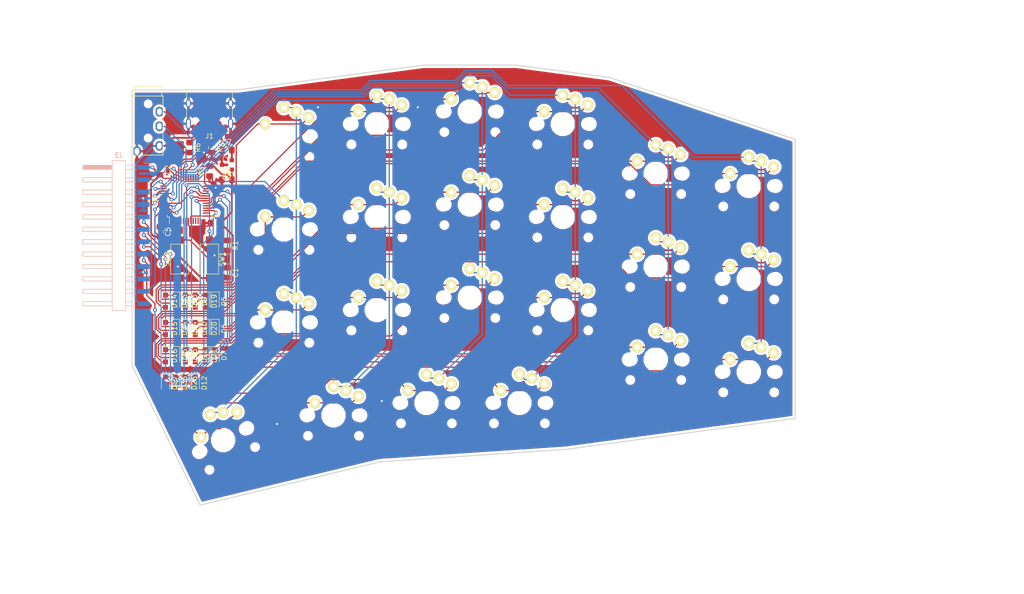
<source format=kicad_pcb>
(kicad_pcb (version 20171130) (host pcbnew 5.0.2+dfsg1-1)
  (layers (0 F.Cu signal) (31 B.Cu signal) (34 B.Paste user) (35 F.Paste user) (36 B.SilkS user) (37 F.SilkS user) (38 B.Mask user) (39 F.Mask user) (44 Edge.Cuts user))
  (net 0 "")
  (net 1 GND)
  (net 2 D+)
  (net 3 "Net-(J1-PadB5)")
  (net 4 "Net-(J1-PadA8)")
  (net 5 D-)
  (net 6 "Net-(J1-PadA5)")
  (net 7 "Net-(J1-PadB8)")
  (net 8 5V)
  (net 9 3.3V)
  (net 10 SWDIO)
  (net 11 SWDCLK)
  (net 12 PA4)
  (net 13 PA5)
  (net 14 PA6)
  (net 15 PA7)
  (net 16 PB6)
  (net 17 PB7)
  (net 18 TX)
  (net 19 RX)
  (net 20 "Net-(D26-Pad2)")
  (net 21 COL4)
  (net 22 "Net-(D36-Pad2)")
  (net 23 COL5)
  (net 24 "Net-(D35-Pad2)")
  (net 25 "Net-(D34-Pad2)")
  (net 26 "Net-(D33-Pad2)")
  (net 27 "Net-(D25-Pad2)")
  (net 28 "Net-(D24-Pad2)")
  (net 29 "Net-(D23-Pad2)")
  (net 30 "Net-(D21-Pad2)")
  (net 31 COL2)
  (net 32 "Net-(D20-Pad2)")
  (net 33 "Net-(D19-Pad2)")
  (net 34 "Net-(D16-Pad2)")
  (net 35 COL6)
  (net 36 "Net-(D14-Pad2)")
  (net 37 "Net-(D12-Pad2)")
  (net 38 COL3)
  (net 39 "Net-(D11-Pad2)")
  (net 40 "Net-(D10-Pad2)")
  (net 41 "Net-(D15-Pad2)")
  (net 42 "Net-(D9-Pad2)")
  (net 43 "Net-(D7-Pad2)")
  (net 44 COL1)
  (net 45 "Net-(D6-Pad2)")
  (net 46 "Net-(D5-Pad2)")
  (net 47 "Net-(D17-Pad2)")
  (net 48 "Net-(R1-Pad1)")
  (net 49 VBAT)
  (net 50 "Net-(U1-Pad2)")
  (net 51 "Net-(U1-Pad3)")
  (net 52 "Net-(U1-Pad4)")
  (net 53 "Net-(U1-Pad5)")
  (net 54 "Net-(U1-Pad6)")
  (net 55 "Net-(C1-Pad2)")
  (net 56 "Net-(U1-Pad10)")
  (net 57 "Net-(U1-Pad11)")
  (net 58 "Net-(U1-Pad12)")
  (net 59 "Net-(U1-Pad13)")
  (net 60 ROW1)
  (net 61 ROW2)
  (net 62 ROW3)
  (net 63 ROW4)
  (net 64 "Net-(U1-Pad22)")
  (net 65 "Net-(U1-Pad26)")
  (net 66 "Net-(U1-Pad27)")
  (net 67 "Net-(U1-Pad28)")
  (net 68 "Net-(U1-Pad29)")
  (module foostan-kbd:CherryMX_Choc_1u (layer F.Cu) (at 99.568 136.652 26.5)
    (fp_text reference SW15 hide)
    (fp_text value SW_Push hide)
    (pad "" np_thru_hole circle (at -5.22 4.2 26.5) (size 1 1) (drill 1) (layers *.Cu *.Mask))
    (pad "" np_thru_hole circle (at 5.22 4.2 26.5) (size 1 1) (drill 1) (layers *.Cu *.Mask))
    (pad "" np_thru_hole circle (at -5.08 0 26.5) (size 1.7 1.7) (drill 1.7) (layers *.Cu *.Mask))
    (pad "" np_thru_hole circle (at 5.08 0 26.5) (size 1.7 1.7) (drill 1.7) (layers *.Cu *.Mask))
    (pad 1 thru_hole circle (at -3.81 -2.54 76.5) (size 2.2 2.2) (drill 1.2) (layers *.Cu F.SilkS B.Mask) (net 47 "Net-(D17-Pad2)"))
    (pad 2 thru_hole circle (at 2.54 -5.08 26.5) (size 2.2 2.2) (drill 1.2) (layers *.Cu F.SilkS B.Mask) (net 35 COL6))
    (pad 2 thru_hole circle (at 0 -5.9 116.5) (size 2.2 2.2) (drill 1.2) (layers *.Cu F.SilkS B.Mask) (net 35 COL6))
    (pad "" np_thru_hole circle (at 5.5 0 116.5) (size 1.9 1.9) (drill 1.9) (layers *.Cu *.Mask))
    (pad "" np_thru_hole circle (at -5.5 0 116.5) (size 1.9 1.9) (drill 1.9) (layers *.Cu *.Mask))
    (pad "" np_thru_hole circle (at 0 0 116.5) (size 4 4) (drill 4) (layers *.Cu *.Mask))
    (pad 1 thru_hole circle (at 5.1 -3.9 336.5) (size 2.2 2.2) (drill 1.2) (layers *.Cu F.SilkS B.Mask) (net 47 "Net-(D17-Pad2)"))
  )
  (module Button_Switch_SMD:SW_SPST_CK_RS282G05A3 (layer F.Cu) (at 90.678 99.568 90)
    (fp_text reference SW2 (at 0 -2.6 90) (layer F.SilkS))
    (fp_text value RESET)
    (pad 2 smd rect (at 3.9 0 90) (size 1.5 1.5) (layers F.Cu F.Paste F.Mask) (net 55 "Net-(C1-Pad2)"))
    (pad 1 smd rect (at -3.9 0 90) (size 1.5 1.5) (layers F.Cu F.Paste F.Mask) (net 1 GND))
  )
  (module Button_Switch_SMD:SW_SPST_CK_RS282G05A3 (layer F.Cu) (at 96.774 99.568 270)
    (fp_text reference SW1 (at 0 -2.6 270) (layer F.SilkS))
    (fp_text value BOOT)
    (pad 1 smd rect (at -3.9 0 270) (size 1.5 1.5) (layers F.Cu F.Paste F.Mask) (net 48 "Net-(R1-Pad1)"))
    (pad 2 smd rect (at 3.9 0 270) (size 1.5 1.5) (layers F.Cu F.Paste F.Mask) (net 9 3.3V))
  )
  (module Capacitor_SMD:C_0805_2012Metric_Pad1.15x1.40mm_HandSolder (layer F.Cu) (at 100.457 102.362 270)
    (fp_text reference C1 (at 0 -1.65 270) (layer F.SilkS))
    (fp_text value 100nF)
    (pad 1 smd roundrect (at -1.025 0 270) (size 1.15 1.4) (layers F.Cu F.Paste F.Mask) (roundrect_rratio 0.217391) (net 1 GND))
    (pad 2 smd roundrect (at 1.025 0 270) (size 1.15 1.4) (layers F.Cu F.Paste F.Mask) (roundrect_rratio 0.217391) (net 55 "Net-(C1-Pad2)"))
  )
  (module Capacitor_SMD:C_0805_2012Metric_Pad1.15x1.40mm_HandSolder (layer F.Cu) (at 86.614 81.28 270)
    (fp_text reference C2 (at 0 -1.65 270) (layer F.SilkS))
    (fp_text value 100nF)
    (pad 2 smd roundrect (at 1.025 0 270) (size 1.15 1.4) (layers F.Cu F.Paste F.Mask) (roundrect_rratio 0.217391) (net 9 3.3V))
    (pad 1 smd roundrect (at -1.025 0 270) (size 1.15 1.4) (layers F.Cu F.Paste F.Mask) (roundrect_rratio 0.217391) (net 1 GND))
  )
  (module Capacitor_SMD:C_0805_2012Metric_Pad1.15x1.40mm_HandSolder (layer F.Cu) (at 96.774 81.534 90)
    (fp_text reference C3 (at 0 -1.65 90) (layer F.SilkS))
    (fp_text value 100nF)
    (pad 1 smd roundrect (at -1.025 0 90) (size 1.15 1.4) (layers F.Cu F.Paste F.Mask) (roundrect_rratio 0.217391) (net 1 GND))
    (pad 2 smd roundrect (at 1.025 0 90) (size 1.15 1.4) (layers F.Cu F.Paste F.Mask) (roundrect_rratio 0.217391) (net 9 3.3V))
  )
  (module Capacitor_SMD:C_0805_2012Metric_Pad1.15x1.40mm_HandSolder (layer F.Cu) (at 98.044 92.202)
    (fp_text reference C4 (at 0 -1.65) (layer F.SilkS))
    (fp_text value 100nF)
    (pad 2 smd roundrect (at 1.025 0) (size 1.15 1.4) (layers F.Cu F.Paste F.Mask) (roundrect_rratio 0.217391) (net 9 3.3V))
    (pad 1 smd roundrect (at -1.025 0) (size 1.15 1.4) (layers F.Cu F.Paste F.Mask) (roundrect_rratio 0.217391) (net 1 GND))
  )
  (module Capacitor_SMD:C_0805_2012Metric_Pad1.15x1.40mm_HandSolder (layer F.Cu) (at 86.614 93.98 270)
    (fp_text reference C5 (at 0 -1.65 270) (layer F.SilkS))
    (fp_text value 100nF)
    (pad 1 smd roundrect (at -1.025 0 270) (size 1.15 1.4) (layers F.Cu F.Paste F.Mask) (roundrect_rratio 0.217391) (net 1 GND))
    (pad 2 smd roundrect (at 1.025 0 270) (size 1.15 1.4) (layers F.Cu F.Paste F.Mask) (roundrect_rratio 0.217391) (net 9 3.3V))
  )
  (module Capacitor_SMD:C_0805_2012Metric_Pad1.15x1.40mm_HandSolder (layer F.Cu) (at 100.33 83.312)
    (fp_text reference C6 (at 0 -1.65) (layer F.SilkS))
    (fp_text value 1µF)
    (pad 2 smd roundrect (at 1.025 0) (size 1.15 1.4) (layers F.Cu F.Paste F.Mask) (roundrect_rratio 0.217391) (net 9 3.3V))
    (pad 1 smd roundrect (at -1.025 0) (size 1.15 1.4) (layers F.Cu F.Paste F.Mask) (roundrect_rratio 0.217391) (net 1 GND))
  )
  (module Capacitor_SMD:C_0805_2012Metric_Pad1.15x1.40mm_HandSolder (layer F.Cu) (at 100.33 77.216)
    (fp_text reference C7 (at 0 -1.65) (layer F.SilkS))
    (fp_text value 1µF)
    (pad 1 smd roundrect (at -1.025 0) (size 1.15 1.4) (layers F.Cu F.Paste F.Mask) (roundrect_rratio 0.217391) (net 1 GND))
    (pad 2 smd roundrect (at 1.025 0) (size 1.15 1.4) (layers F.Cu F.Paste F.Mask) (roundrect_rratio 0.217391) (net 8 5V))
  )
  (module Diode_SMD:D_SOD-323_HandSoldering (layer F.Cu) (at 87.757 124.968 270)
    (fp_text reference D17 (at 0 -1.85 270) (layer F.SilkS))
    (fp_text value D4.6)
    (pad 2 smd rect (at 1.25 0 270) (size 1 1) (layers F.Cu F.Paste F.Mask) (net 47 "Net-(D17-Pad2)"))
    (pad 1 smd rect (at -1.25 0 270) (size 1 1) (layers F.Cu F.Paste F.Mask) (net 63 ROW4))
  )
  (module Diode_SMD:D_SOD-323_HandSoldering (layer F.Cu) (at 87.757 113.792 270)
    (fp_text reference D15 (at 0 -1.85 270) (layer F.SilkS))
    (fp_text value D2.6)
    (pad 1 smd rect (at -1.25 0 270) (size 1 1) (layers F.Cu F.Paste F.Mask) (net 61 ROW2))
    (pad 2 smd rect (at 1.25 0 270) (size 1 1) (layers F.Cu F.Paste F.Mask) (net 41 "Net-(D15-Pad2)"))
  )
  (module Diode_SMD:D_SOD-323_HandSoldering (layer F.Cu) (at 87.757 108.204 270)
    (fp_text reference D14 (at 0 -1.85 270) (layer F.SilkS))
    (fp_text value D1.6)
    (pad 2 smd rect (at 1.25 0 270) (size 1 1) (layers F.Cu F.Paste F.Mask) (net 36 "Net-(D14-Pad2)"))
    (pad 1 smd rect (at -1.25 0 270) (size 1 1) (layers F.Cu F.Paste F.Mask) (net 60 ROW1))
  )
  (module Diode_SMD:D_SOD-323_HandSoldering (layer F.Cu) (at 93.853 124.968 270)
    (fp_text reference D12 (at 0 -1.85 270) (layer F.SilkS))
    (fp_text value D4.3)
    (pad 1 smd rect (at -1.25 0 270) (size 1 1) (layers F.Cu F.Paste F.Mask) (net 63 ROW4))
    (pad 2 smd rect (at 1.25 0 270) (size 1 1) (layers F.Cu F.Paste F.Mask) (net 37 "Net-(D12-Pad2)"))
  )
  (module Diode_SMD:D_SOD-323_HandSoldering (layer F.Cu) (at 93.853 119.38 270)
    (fp_text reference D11 (at 0 -1.85 270) (layer F.SilkS))
    (fp_text value D3.3)
    (pad 2 smd rect (at 1.25 0 270) (size 1 1) (layers F.Cu F.Paste F.Mask) (net 39 "Net-(D11-Pad2)"))
    (pad 1 smd rect (at -1.25 0 270) (size 1 1) (layers F.Cu F.Paste F.Mask) (net 62 ROW3))
  )
  (module Diode_SMD:D_SOD-323_HandSoldering (layer F.Cu) (at 93.853 113.792 270)
    (fp_text reference D10 (at 0 -1.85 270) (layer F.SilkS))
    (fp_text value D2.3)
    (pad 1 smd rect (at -1.25 0 270) (size 1 1) (layers F.Cu F.Paste F.Mask) (net 61 ROW2))
    (pad 2 smd rect (at 1.25 0 270) (size 1 1) (layers F.Cu F.Paste F.Mask) (net 40 "Net-(D10-Pad2)"))
  )
  (module Diode_SMD:D_SOD-323_HandSoldering (layer F.Cu) (at 93.853 108.204 270)
    (fp_text reference D9 (at 0 -1.85 270) (layer F.SilkS))
    (fp_text value D1.3)
    (pad 2 smd rect (at 1.25 0 270) (size 1 1) (layers F.Cu F.Paste F.Mask) (net 42 "Net-(D9-Pad2)"))
    (pad 1 smd rect (at -1.25 0 270) (size 1 1) (layers F.Cu F.Paste F.Mask) (net 60 ROW1))
  )
  (module Diode_SMD:D_SOD-323_HandSoldering (layer F.Cu) (at 97.917 119.38 270)
    (fp_text reference D7 (at 0 -1.85 270) (layer F.SilkS))
    (fp_text value D3.1)
    (pad 1 smd rect (at -1.25 0 270) (size 1 1) (layers F.Cu F.Paste F.Mask) (net 62 ROW3))
    (pad 2 smd rect (at 1.25 0 270) (size 1 1) (layers F.Cu F.Paste F.Mask) (net 43 "Net-(D7-Pad2)"))
  )
  (module Diode_SMD:D_SOD-323_HandSoldering (layer F.Cu) (at 97.917 113.792 270)
    (fp_text reference D6 (at 0 -1.85 270) (layer F.SilkS))
    (fp_text value D2.1)
    (pad 2 smd rect (at 1.25 0 270) (size 1 1) (layers F.Cu F.Paste F.Mask) (net 45 "Net-(D6-Pad2)"))
    (pad 1 smd rect (at -1.25 0 270) (size 1 1) (layers F.Cu F.Paste F.Mask) (net 61 ROW2))
  )
  (module Diode_SMD:D_SOD-323_HandSoldering (layer F.Cu) (at 97.917 108.204 270)
    (fp_text reference D5 (at 0 -1.85 270) (layer F.SilkS))
    (fp_text value D1.1)
    (pad 1 smd rect (at -1.25 0 270) (size 1 1) (layers F.Cu F.Paste F.Mask) (net 60 ROW1))
    (pad 2 smd rect (at 1.25 0 270) (size 1 1) (layers F.Cu F.Paste F.Mask) (net 46 "Net-(D5-Pad2)"))
  )
  (module Diode_SMD:D_SOD-323_HandSoldering (layer F.Cu) (at 87.757 119.38 270)
    (fp_text reference D16 (at 0 -1.85 270) (layer F.SilkS))
    (fp_text value D3.6)
    (pad 2 smd rect (at 1.25 0 270) (size 1 1) (layers F.Cu F.Paste F.Mask) (net 34 "Net-(D16-Pad2)"))
    (pad 1 smd rect (at -1.25 0 270) (size 1 1) (layers F.Cu F.Paste F.Mask) (net 62 ROW3))
  )
  (module Diode_SMD:D_SOD-323_HandSoldering (layer F.Cu) (at 95.885 113.792 270)
    (fp_text reference D20 (at 0 -1.85 270) (layer F.SilkS))
    (fp_text value D2.2)
    (pad 1 smd rect (at -1.25 0 270) (size 1 1) (layers F.Cu F.Paste F.Mask) (net 61 ROW2))
    (pad 2 smd rect (at 1.25 0 270) (size 1 1) (layers F.Cu F.Paste F.Mask) (net 32 "Net-(D20-Pad2)"))
  )
  (module Diode_SMD:D_SOD-323_HandSoldering (layer F.Cu) (at 89.789 124.968 270)
    (fp_text reference D36 (at 0 -1.85 270) (layer F.SilkS))
    (fp_text value D4.5)
    (pad 2 smd rect (at 1.25 0 270) (size 1 1) (layers F.Cu F.Paste F.Mask) (net 22 "Net-(D36-Pad2)"))
    (pad 1 smd rect (at -1.25 0 270) (size 1 1) (layers F.Cu F.Paste F.Mask) (net 63 ROW4))
  )
  (module Diode_SMD:D_SOD-323_HandSoldering (layer F.Cu) (at 89.789 113.792 270)
    (fp_text reference D34 (at 0 -1.85 270) (layer F.SilkS))
    (fp_text value D2.5)
    (pad 1 smd rect (at -1.25 0 270) (size 1 1) (layers F.Cu F.Paste F.Mask) (net 61 ROW2))
    (pad 2 smd rect (at 1.25 0 270) (size 1 1) (layers F.Cu F.Paste F.Mask) (net 25 "Net-(D34-Pad2)"))
  )
  (module Diode_SMD:D_SOD-323_HandSoldering (layer F.Cu) (at 89.789 108.204 270)
    (fp_text reference D33 (at 0 -1.85 270) (layer F.SilkS))
    (fp_text value D1.5)
    (pad 2 smd rect (at 1.25 0 270) (size 1 1) (layers F.Cu F.Paste F.Mask) (net 26 "Net-(D33-Pad2)"))
    (pad 1 smd rect (at -1.25 0 270) (size 1 1) (layers F.Cu F.Paste F.Mask) (net 60 ROW1))
  )
  (module Diode_SMD:D_SOD-323_HandSoldering (layer F.Cu) (at 91.821 124.968 270)
    (fp_text reference D26 (at 0 -1.85 270) (layer F.SilkS))
    (fp_text value D4.4)
    (pad 1 smd rect (at -1.25 0 270) (size 1 1) (layers F.Cu F.Paste F.Mask) (net 63 ROW4))
    (pad 2 smd rect (at 1.25 0 270) (size 1 1) (layers F.Cu F.Paste F.Mask) (net 20 "Net-(D26-Pad2)"))
  )
  (module Diode_SMD:D_SOD-323_HandSoldering (layer F.Cu) (at 91.821 119.38 270)
    (fp_text reference D25 (at 0 -1.85 270) (layer F.SilkS))
    (fp_text value D3.4)
    (pad 2 smd rect (at 1.25 0 270) (size 1 1) (layers F.Cu F.Paste F.Mask) (net 27 "Net-(D25-Pad2)"))
    (pad 1 smd rect (at -1.25 0 270) (size 1 1) (layers F.Cu F.Paste F.Mask) (net 62 ROW3))
  )
  (module Diode_SMD:D_SOD-323_HandSoldering (layer F.Cu) (at 91.821 113.792 270)
    (fp_text reference D24 (at 0 -1.85 270) (layer F.SilkS))
    (fp_text value D2.4)
    (pad 1 smd rect (at -1.25 0 270) (size 1 1) (layers F.Cu F.Paste F.Mask) (net 61 ROW2))
    (pad 2 smd rect (at 1.25 0 270) (size 1 1) (layers F.Cu F.Paste F.Mask) (net 28 "Net-(D24-Pad2)"))
  )
  (module Diode_SMD:D_SOD-323_HandSoldering (layer F.Cu) (at 91.821 108.204 270)
    (fp_text reference D23 (at 0 -1.85 270) (layer F.SilkS))
    (fp_text value D1.4)
    (pad 2 smd rect (at 1.25 0 270) (size 1 1) (layers F.Cu F.Paste F.Mask) (net 29 "Net-(D23-Pad2)"))
    (pad 1 smd rect (at -1.25 0 270) (size 1 1) (layers F.Cu F.Paste F.Mask) (net 60 ROW1))
  )
  (module Diode_SMD:D_SOD-323_HandSoldering (layer F.Cu) (at 95.885 119.38 270)
    (fp_text reference D21 (at 0 -1.85 270) (layer F.SilkS))
    (fp_text value D3.2)
    (pad 1 smd rect (at -1.25 0 270) (size 1 1) (layers F.Cu F.Paste F.Mask) (net 62 ROW3))
    (pad 2 smd rect (at 1.25 0 270) (size 1 1) (layers F.Cu F.Paste F.Mask) (net 30 "Net-(D21-Pad2)"))
  )
  (module Diode_SMD:D_SOD-323_HandSoldering (layer F.Cu) (at 95.885 108.204 270)
    (fp_text reference D19 (at 0 -1.85 270) (layer F.SilkS))
    (fp_text value D1.2)
    (pad 2 smd rect (at 1.25 0 270) (size 1 1) (layers F.Cu F.Paste F.Mask) (net 33 "Net-(D19-Pad2)"))
    (pad 1 smd rect (at -1.25 0 270) (size 1 1) (layers F.Cu F.Paste F.Mask) (net 60 ROW1))
  )
  (module Diode_SMD:D_SOD-323_HandSoldering (layer F.Cu) (at 89.789 119.38 270)
    (fp_text reference D35 (at 0 -1.85 270) (layer F.SilkS))
    (fp_text value D3.5)
    (pad 1 smd rect (at -1.25 0 270) (size 1 1) (layers F.Cu F.Paste F.Mask) (net 62 ROW3))
    (pad 2 smd rect (at 1.25 0 270) (size 1 1) (layers F.Cu F.Paste F.Mask) (net 24 "Net-(D35-Pad2)"))
  )
  (module Package_QFP:LQFP-48_7x7mm_P0.5mm (layer F.Cu) (at 91.694 87.376 90)
    (fp_text reference U1 (at 0 -6 90) (layer F.SilkS))
    (fp_text value STM32)
    (pad 1 smd rect (at -4.35 -2.75 90) (size 1.3 0.25) (layers F.Cu F.Paste F.Mask) (net 49 VBAT))
    (pad 2 smd rect (at -4.35 -2.25 90) (size 1.3 0.25) (layers F.Cu F.Paste F.Mask) (net 50 "Net-(U1-Pad2)"))
    (pad 3 smd rect (at -4.35 -1.75 90) (size 1.3 0.25) (layers F.Cu F.Paste F.Mask) (net 51 "Net-(U1-Pad3)"))
    (pad 4 smd rect (at -4.35 -1.25 90) (size 1.3 0.25) (layers F.Cu F.Paste F.Mask) (net 52 "Net-(U1-Pad4)"))
    (pad 5 smd rect (at -4.35 -0.75 90) (size 1.3 0.25) (layers F.Cu F.Paste F.Mask) (net 53 "Net-(U1-Pad5)"))
    (pad 6 smd rect (at -4.35 -0.25 90) (size 1.3 0.25) (layers F.Cu F.Paste F.Mask) (net 54 "Net-(U1-Pad6)"))
    (pad 7 smd rect (at -4.35 0.25 90) (size 1.3 0.25) (layers F.Cu F.Paste F.Mask) (net 55 "Net-(C1-Pad2)"))
    (pad 8 smd rect (at -4.35 0.75 90) (size 1.3 0.25) (layers F.Cu F.Paste F.Mask) (net 1 GND))
    (pad 9 smd rect (at -4.35 1.25 90) (size 1.3 0.25) (layers F.Cu F.Paste F.Mask) (net 9 3.3V))
    (pad 10 smd rect (at -4.35 1.75 90) (size 1.3 0.25) (layers F.Cu F.Paste F.Mask) (net 56 "Net-(U1-Pad10)"))
    (pad 11 smd rect (at -4.35 2.25 90) (size 1.3 0.25) (layers F.Cu F.Paste F.Mask) (net 57 "Net-(U1-Pad11)"))
    (pad 12 smd rect (at -4.35 2.75 90) (size 1.3 0.25) (layers F.Cu F.Paste F.Mask) (net 58 "Net-(U1-Pad12)"))
    (pad 13 smd rect (at -2.75 4.35 180) (size 1.3 0.25) (layers F.Cu F.Paste F.Mask) (net 59 "Net-(U1-Pad13)"))
    (pad 14 smd rect (at -2.25 4.35 180) (size 1.3 0.25) (layers F.Cu F.Paste F.Mask) (net 12 PA4))
    (pad 15 smd rect (at -1.75 4.35 180) (size 1.3 0.25) (layers F.Cu F.Paste F.Mask) (net 13 PA5))
    (pad 16 smd rect (at -1.25 4.35 180) (size 1.3 0.25) (layers F.Cu F.Paste F.Mask) (net 14 PA6))
    (pad 17 smd rect (at -0.75 4.35 180) (size 1.3 0.25) (layers F.Cu F.Paste F.Mask) (net 15 PA7))
    (pad 18 smd rect (at -0.25 4.35 180) (size 1.3 0.25) (layers F.Cu F.Paste F.Mask) (net 60 ROW1))
    (pad 19 smd rect (at 0.25 4.35 180) (size 1.3 0.25) (layers F.Cu F.Paste F.Mask) (net 61 ROW2))
    (pad 20 smd rect (at 0.75 4.35 180) (size 1.3 0.25) (layers F.Cu F.Paste F.Mask) (net 62 ROW3))
    (pad 21 smd rect (at 1.25 4.35 180) (size 1.3 0.25) (layers F.Cu F.Paste F.Mask) (net 63 ROW4))
    (pad 22 smd rect (at 1.75 4.35 180) (size 1.3 0.25) (layers F.Cu F.Paste F.Mask) (net 64 "Net-(U1-Pad22)"))
    (pad 23 smd rect (at 2.25 4.35 180) (size 1.3 0.25) (layers F.Cu F.Paste F.Mask) (net 1 GND))
    (pad 24 smd rect (at 2.75 4.35 180) (size 1.3 0.25) (layers F.Cu F.Paste F.Mask) (net 9 3.3V))
    (pad 25 smd rect (at 4.35 2.75 90) (size 1.3 0.25) (layers F.Cu F.Paste F.Mask) (net 9 3.3V))
    (pad 26 smd rect (at 4.35 2.25 90) (size 1.3 0.25) (layers F.Cu F.Paste F.Mask) (net 65 "Net-(U1-Pad26)"))
    (pad 27 smd rect (at 4.35 1.75 90) (size 1.3 0.25) (layers F.Cu F.Paste F.Mask) (net 66 "Net-(U1-Pad27)"))
    (pad 28 smd rect (at 4.35 1.25 90) (size 1.3 0.25) (layers F.Cu F.Paste F.Mask) (net 67 "Net-(U1-Pad28)"))
    (pad 29 smd rect (at 4.35 0.75 90) (size 1.3 0.25) (layers F.Cu F.Paste F.Mask) (net 68 "Net-(U1-Pad29)"))
    (pad 30 smd rect (at 4.35 0.25 90) (size 1.3 0.25) (layers F.Cu F.Paste F.Mask) (net 18 TX))
    (pad 31 smd rect (at 4.35 -0.25 90) (size 1.3 0.25) (layers F.Cu F.Paste F.Mask) (net 19 RX))
    (pad 32 smd rect (at 4.35 -0.75 90) (size 1.3 0.25) (layers F.Cu F.Paste F.Mask) (net 5 D-))
    (pad 33 smd rect (at 4.35 -1.25 90) (size 1.3 0.25) (layers F.Cu F.Paste F.Mask) (net 2 D+))
    (pad 34 smd rect (at 4.35 -1.75 90) (size 1.3 0.25) (layers F.Cu F.Paste F.Mask) (net 10 SWDIO))
    (pad 35 smd rect (at 4.35 -2.25 90) (size 1.3 0.25) (layers F.Cu F.Paste F.Mask) (net 1 GND))
    (pad 36 smd rect (at 4.35 -2.75 90) (size 1.3 0.25) (layers F.Cu F.Paste F.Mask) (net 9 3.3V))
    (pad 37 smd rect (at 2.75 -4.35 180) (size 1.3 0.25) (layers F.Cu F.Paste F.Mask) (net 11 SWDCLK))
    (pad 38 smd rect (at 2.25 -4.35 180) (size 1.3 0.25) (layers F.Cu F.Paste F.Mask) (net 44 COL1))
    (pad 39 smd rect (at 1.75 -4.35 180) (size 1.3 0.25) (layers F.Cu F.Paste F.Mask) (net 31 COL2))
    (pad 40 smd rect (at 1.25 -4.35 180) (size 1.3 0.25) (layers F.Cu F.Paste F.Mask) (net 38 COL3))
    (pad 41 smd rect (at 0.75 -4.35 180) (size 1.3 0.25) (layers F.Cu F.Paste F.Mask) (net 21 COL4))
    (pad 42 smd rect (at 0.25 -4.35 180) (size 1.3 0.25) (layers F.Cu F.Paste F.Mask) (net 16 PB6))
    (pad 43 smd rect (at -0.25 -4.35 180) (size 1.3 0.25) (layers F.Cu F.Paste F.Mask) (net 17 PB7))
    (pad 44 smd rect (at -0.75 -4.35 180) (size 1.3 0.25) (layers F.Cu F.Paste F.Mask) (net 48 "Net-(R1-Pad1)"))
    (pad 45 smd rect (at -1.25 -4.35 180) (size 1.3 0.25) (layers F.Cu F.Paste F.Mask) (net 23 COL5))
    (pad 46 smd rect (at -1.75 -4.35 180) (size 1.3 0.25) (layers F.Cu F.Paste F.Mask) (net 35 COL6))
    (pad 47 smd rect (at -2.25 -4.35 180) (size 1.3 0.25) (layers F.Cu F.Paste F.Mask) (net 1 GND))
    (pad 48 smd rect (at -2.75 -4.35 180) (size 1.3 0.25) (layers F.Cu F.Paste F.Mask) (net 9 3.3V))
  )
  (module Package_TO_SOT_SMD:SOT-23 (layer F.Cu) (at 100.33 80.264 180)
    (fp_text reference U2 (at 0 -2.5 180) (layer F.SilkS))
    (fp_text value LDO)
    (pad 1 smd rect (at -1 -0.95 180) (size 0.9 0.8) (layers F.Cu F.Paste F.Mask) (net 9 3.3V))
    (pad 2 smd rect (at -1 0.95 180) (size 0.9 0.8) (layers F.Cu F.Paste F.Mask) (net 8 5V))
    (pad 3 smd rect (at 1 0 180) (size 0.9 0.8) (layers F.Cu F.Paste F.Mask) (net 1 GND))
  )
  (module Resistor_SMD:R_0805_2012Metric_Pad1.15x1.40mm_HandSolder (layer F.Cu) (at 97.282 76.708 270)
    (fp_text reference R7 (at 0 -1.65 270) (layer F.SilkS))
    (fp_text value 5.1k)
    (pad 1 smd roundrect (at -1.025 0 270) (size 1.15 1.4) (layers F.Cu F.Paste F.Mask) (roundrect_rratio 0.217391) (net 6 "Net-(J1-PadA5)"))
    (pad 2 smd roundrect (at 1.025 0 270) (size 1.15 1.4) (layers F.Cu F.Paste F.Mask) (roundrect_rratio 0.217391) (net 1 GND))
  )
  (module Resistor_SMD:R_0805_2012Metric_Pad1.15x1.40mm_HandSolder (layer F.Cu) (at 92.71 76.708 270)
    (fp_text reference R6 (at 0 -1.65 270) (layer F.SilkS))
    (fp_text value 5.1k)
    (pad 2 smd roundrect (at 1.025 0 270) (size 1.15 1.4) (layers F.Cu F.Paste F.Mask) (roundrect_rratio 0.217391) (net 1 GND))
    (pad 1 smd roundrect (at -1.025 0 270) (size 1.15 1.4) (layers F.Cu F.Paste F.Mask) (roundrect_rratio 0.217391) (net 3 "Net-(J1-PadB5)"))
  )
  (module Resistor_SMD:R_0805_2012Metric_Pad1.15x1.40mm_HandSolder (layer F.Cu) (at 100.457 96.774 270)
    (fp_text reference R1 (at 0 -1.65 270) (layer F.SilkS))
    (fp_text value 5.1k)
    (pad 1 smd roundrect (at -1.025 0 270) (size 1.15 1.4) (layers F.Cu F.Paste F.Mask) (roundrect_rratio 0.217391) (net 48 "Net-(R1-Pad1)"))
    (pad 2 smd roundrect (at 1.025 0 270) (size 1.15 1.4) (layers F.Cu F.Paste F.Mask) (roundrect_rratio 0.217391) (net 1 GND))
  )
  (module foostan-kbd:CherryMX_Choc_1u (layer F.Cu) (at 207.264 84.582)
    (fp_text reference SW3 hide)
    (fp_text value SW_Push hide)
    (pad 1 thru_hole circle (at 5.1 -3.9 310) (size 2.2 2.2) (drill 1.2) (layers *.Cu F.SilkS B.Mask) (net 46 "Net-(D5-Pad2)"))
    (pad "" np_thru_hole circle (at 0 0 90) (size 4 4) (drill 4) (layers *.Cu *.Mask))
    (pad "" np_thru_hole circle (at -5.5 0 90) (size 1.9 1.9) (drill 1.9) (layers *.Cu *.Mask))
    (pad "" np_thru_hole circle (at 5.5 0 90) (size 1.9 1.9) (drill 1.9) (layers *.Cu *.Mask))
    (pad 2 thru_hole circle (at 0 -5.9 90) (size 2.2 2.2) (drill 1.2) (layers *.Cu F.SilkS B.Mask) (net 44 COL1))
    (pad 2 thru_hole circle (at 2.54 -5.08) (size 2.2 2.2) (drill 1.2) (layers *.Cu F.SilkS B.Mask) (net 44 COL1))
    (pad 1 thru_hole circle (at -3.81 -2.54 50) (size 2.2 2.2) (drill 1.2) (layers *.Cu F.SilkS B.Mask) (net 46 "Net-(D5-Pad2)"))
    (pad "" np_thru_hole circle (at 5.08 0) (size 1.7 1.7) (drill 1.7) (layers *.Cu *.Mask))
    (pad "" np_thru_hole circle (at -5.08 0) (size 1.7 1.7) (drill 1.7) (layers *.Cu *.Mask))
    (pad "" np_thru_hole circle (at 5.22 4.2) (size 1 1) (drill 1) (layers *.Cu *.Mask))
    (pad "" np_thru_hole circle (at -5.22 4.2) (size 1 1) (drill 1) (layers *.Cu *.Mask))
  )
  (module foostan-kbd:CherryMX_Choc_1u (layer F.Cu) (at 207.264 103.632)
    (fp_text reference SW4 hide)
    (fp_text value SW_Push hide)
    (pad "" np_thru_hole circle (at -5.22 4.2) (size 1 1) (drill 1) (layers *.Cu *.Mask))
    (pad "" np_thru_hole circle (at 5.22 4.2) (size 1 1) (drill 1) (layers *.Cu *.Mask))
    (pad "" np_thru_hole circle (at -5.08 0) (size 1.7 1.7) (drill 1.7) (layers *.Cu *.Mask))
    (pad "" np_thru_hole circle (at 5.08 0) (size 1.7 1.7) (drill 1.7) (layers *.Cu *.Mask))
    (pad 1 thru_hole circle (at -3.81 -2.54 50) (size 2.2 2.2) (drill 1.2) (layers *.Cu F.SilkS B.Mask) (net 45 "Net-(D6-Pad2)"))
    (pad 2 thru_hole circle (at 2.54 -5.08) (size 2.2 2.2) (drill 1.2) (layers *.Cu F.SilkS B.Mask) (net 44 COL1))
    (pad 2 thru_hole circle (at 0 -5.9 90) (size 2.2 2.2) (drill 1.2) (layers *.Cu F.SilkS B.Mask) (net 44 COL1))
    (pad "" np_thru_hole circle (at 5.5 0 90) (size 1.9 1.9) (drill 1.9) (layers *.Cu *.Mask))
    (pad "" np_thru_hole circle (at -5.5 0 90) (size 1.9 1.9) (drill 1.9) (layers *.Cu *.Mask))
    (pad "" np_thru_hole circle (at 0 0 90) (size 4 4) (drill 4) (layers *.Cu *.Mask))
    (pad 1 thru_hole circle (at 5.1 -3.9 310) (size 2.2 2.2) (drill 1.2) (layers *.Cu F.SilkS B.Mask) (net 45 "Net-(D6-Pad2)"))
  )
  (module foostan-kbd:CherryMX_Choc_1u (layer F.Cu) (at 207.264 122.682)
    (fp_text reference SW5 hide)
    (fp_text value SW_Push hide)
    (pad 1 thru_hole circle (at 5.1 -3.9 310) (size 2.2 2.2) (drill 1.2) (layers *.Cu F.SilkS B.Mask) (net 43 "Net-(D7-Pad2)"))
    (pad "" np_thru_hole circle (at 0 0 90) (size 4 4) (drill 4) (layers *.Cu *.Mask))
    (pad "" np_thru_hole circle (at -5.5 0 90) (size 1.9 1.9) (drill 1.9) (layers *.Cu *.Mask))
    (pad "" np_thru_hole circle (at 5.5 0 90) (size 1.9 1.9) (drill 1.9) (layers *.Cu *.Mask))
    (pad 2 thru_hole circle (at 0 -5.9 90) (size 2.2 2.2) (drill 1.2) (layers *.Cu F.SilkS B.Mask) (net 44 COL1))
    (pad 2 thru_hole circle (at 2.54 -5.08) (size 2.2 2.2) (drill 1.2) (layers *.Cu F.SilkS B.Mask) (net 44 COL1))
    (pad 1 thru_hole circle (at -3.81 -2.54 50) (size 2.2 2.2) (drill 1.2) (layers *.Cu F.SilkS B.Mask) (net 43 "Net-(D7-Pad2)"))
    (pad "" np_thru_hole circle (at 5.08 0) (size 1.7 1.7) (drill 1.7) (layers *.Cu *.Mask))
    (pad "" np_thru_hole circle (at -5.08 0) (size 1.7 1.7) (drill 1.7) (layers *.Cu *.Mask))
    (pad "" np_thru_hole circle (at 5.22 4.2) (size 1 1) (drill 1) (layers *.Cu *.Mask))
    (pad "" np_thru_hole circle (at -5.22 4.2) (size 1 1) (drill 1) (layers *.Cu *.Mask))
  )
  (module foostan-kbd:CherryMX_Choc_1u (layer F.Cu) (at 169.164 71.882)
    (fp_text reference SW7 hide)
    (fp_text value SW_Push hide)
    (pad "" np_thru_hole circle (at -5.22 4.2) (size 1 1) (drill 1) (layers *.Cu *.Mask))
    (pad "" np_thru_hole circle (at 5.22 4.2) (size 1 1) (drill 1) (layers *.Cu *.Mask))
    (pad "" np_thru_hole circle (at -5.08 0) (size 1.7 1.7) (drill 1.7) (layers *.Cu *.Mask))
    (pad "" np_thru_hole circle (at 5.08 0) (size 1.7 1.7) (drill 1.7) (layers *.Cu *.Mask))
    (pad 1 thru_hole circle (at -3.81 -2.54 50) (size 2.2 2.2) (drill 1.2) (layers *.Cu F.SilkS B.Mask) (net 42 "Net-(D9-Pad2)"))
    (pad 2 thru_hole circle (at 2.54 -5.08) (size 2.2 2.2) (drill 1.2) (layers *.Cu F.SilkS B.Mask) (net 38 COL3))
    (pad 2 thru_hole circle (at 0 -5.9 90) (size 2.2 2.2) (drill 1.2) (layers *.Cu F.SilkS B.Mask) (net 38 COL3))
    (pad "" np_thru_hole circle (at 5.5 0 90) (size 1.9 1.9) (drill 1.9) (layers *.Cu *.Mask))
    (pad "" np_thru_hole circle (at -5.5 0 90) (size 1.9 1.9) (drill 1.9) (layers *.Cu *.Mask))
    (pad "" np_thru_hole circle (at 0 0 90) (size 4 4) (drill 4) (layers *.Cu *.Mask))
    (pad 1 thru_hole circle (at 5.1 -3.9 310) (size 2.2 2.2) (drill 1.2) (layers *.Cu F.SilkS B.Mask) (net 42 "Net-(D9-Pad2)"))
  )
  (module foostan-kbd:CherryMX_Choc_1u (layer F.Cu) (at 112.014 93.472)
    (fp_text reference SW13 hide)
    (fp_text value SW_Push hide)
    (pad 1 thru_hole circle (at 5.1 -3.9 310) (size 2.2 2.2) (drill 1.2) (layers *.Cu F.SilkS B.Mask) (net 41 "Net-(D15-Pad2)"))
    (pad "" np_thru_hole circle (at 0 0 90) (size 4 4) (drill 4) (layers *.Cu *.Mask))
    (pad "" np_thru_hole circle (at -5.5 0 90) (size 1.9 1.9) (drill 1.9) (layers *.Cu *.Mask))
    (pad "" np_thru_hole circle (at 5.5 0 90) (size 1.9 1.9) (drill 1.9) (layers *.Cu *.Mask))
    (pad 2 thru_hole circle (at 0 -5.9 90) (size 2.2 2.2) (drill 1.2) (layers *.Cu F.SilkS B.Mask) (net 35 COL6))
    (pad 2 thru_hole circle (at 2.54 -5.08) (size 2.2 2.2) (drill 1.2) (layers *.Cu F.SilkS B.Mask) (net 35 COL6))
    (pad 1 thru_hole circle (at -3.81 -2.54 50) (size 2.2 2.2) (drill 1.2) (layers *.Cu F.SilkS B.Mask) (net 41 "Net-(D15-Pad2)"))
    (pad "" np_thru_hole circle (at 5.08 0) (size 1.7 1.7) (drill 1.7) (layers *.Cu *.Mask))
    (pad "" np_thru_hole circle (at -5.08 0) (size 1.7 1.7) (drill 1.7) (layers *.Cu *.Mask))
    (pad "" np_thru_hole circle (at 5.22 4.2) (size 1 1) (drill 1) (layers *.Cu *.Mask))
    (pad "" np_thru_hole circle (at -5.22 4.2) (size 1 1) (drill 1) (layers *.Cu *.Mask))
  )
  (module foostan-kbd:CherryMX_Choc_1u (layer F.Cu) (at 169.164 90.932)
    (fp_text reference SW8 hide)
    (fp_text value SW_Push hide)
    (pad "" np_thru_hole circle (at -5.22 4.2) (size 1 1) (drill 1) (layers *.Cu *.Mask))
    (pad "" np_thru_hole circle (at 5.22 4.2) (size 1 1) (drill 1) (layers *.Cu *.Mask))
    (pad "" np_thru_hole circle (at -5.08 0) (size 1.7 1.7) (drill 1.7) (layers *.Cu *.Mask))
    (pad "" np_thru_hole circle (at 5.08 0) (size 1.7 1.7) (drill 1.7) (layers *.Cu *.Mask))
    (pad 1 thru_hole circle (at -3.81 -2.54 50) (size 2.2 2.2) (drill 1.2) (layers *.Cu F.SilkS B.Mask) (net 40 "Net-(D10-Pad2)"))
    (pad 2 thru_hole circle (at 2.54 -5.08) (size 2.2 2.2) (drill 1.2) (layers *.Cu F.SilkS B.Mask) (net 38 COL3))
    (pad 2 thru_hole circle (at 0 -5.9 90) (size 2.2 2.2) (drill 1.2) (layers *.Cu F.SilkS B.Mask) (net 38 COL3))
    (pad "" np_thru_hole circle (at 5.5 0 90) (size 1.9 1.9) (drill 1.9) (layers *.Cu *.Mask))
    (pad "" np_thru_hole circle (at -5.5 0 90) (size 1.9 1.9) (drill 1.9) (layers *.Cu *.Mask))
    (pad "" np_thru_hole circle (at 0 0 90) (size 4 4) (drill 4) (layers *.Cu *.Mask))
    (pad 1 thru_hole circle (at 5.1 -3.9 310) (size 2.2 2.2) (drill 1.2) (layers *.Cu F.SilkS B.Mask) (net 40 "Net-(D10-Pad2)"))
  )
  (module foostan-kbd:CherryMX_Choc_1u (layer F.Cu) (at 169.164 109.982)
    (fp_text reference SW9 hide)
    (fp_text value SW_Push hide)
    (pad 1 thru_hole circle (at 5.1 -3.9 310) (size 2.2 2.2) (drill 1.2) (layers *.Cu F.SilkS B.Mask) (net 39 "Net-(D11-Pad2)"))
    (pad "" np_thru_hole circle (at 0 0 90) (size 4 4) (drill 4) (layers *.Cu *.Mask))
    (pad "" np_thru_hole circle (at -5.5 0 90) (size 1.9 1.9) (drill 1.9) (layers *.Cu *.Mask))
    (pad "" np_thru_hole circle (at 5.5 0 90) (size 1.9 1.9) (drill 1.9) (layers *.Cu *.Mask))
    (pad 2 thru_hole circle (at 0 -5.9 90) (size 2.2 2.2) (drill 1.2) (layers *.Cu F.SilkS B.Mask) (net 38 COL3))
    (pad 2 thru_hole circle (at 2.54 -5.08) (size 2.2 2.2) (drill 1.2) (layers *.Cu F.SilkS B.Mask) (net 38 COL3))
    (pad 1 thru_hole circle (at -3.81 -2.54 50) (size 2.2 2.2) (drill 1.2) (layers *.Cu F.SilkS B.Mask) (net 39 "Net-(D11-Pad2)"))
    (pad "" np_thru_hole circle (at 5.08 0) (size 1.7 1.7) (drill 1.7) (layers *.Cu *.Mask))
    (pad "" np_thru_hole circle (at -5.08 0) (size 1.7 1.7) (drill 1.7) (layers *.Cu *.Mask))
    (pad "" np_thru_hole circle (at 5.22 4.2) (size 1 1) (drill 1) (layers *.Cu *.Mask))
    (pad "" np_thru_hole circle (at -5.22 4.2) (size 1 1) (drill 1) (layers *.Cu *.Mask))
  )
  (module foostan-kbd:CherryMX_Choc_1u (layer F.Cu) (at 160.274 129.032)
    (fp_text reference SW10 hide)
    (fp_text value SW_Push hide)
    (pad "" np_thru_hole circle (at -5.22 4.2) (size 1 1) (drill 1) (layers *.Cu *.Mask))
    (pad "" np_thru_hole circle (at 5.22 4.2) (size 1 1) (drill 1) (layers *.Cu *.Mask))
    (pad "" np_thru_hole circle (at -5.08 0) (size 1.7 1.7) (drill 1.7) (layers *.Cu *.Mask))
    (pad "" np_thru_hole circle (at 5.08 0) (size 1.7 1.7) (drill 1.7) (layers *.Cu *.Mask))
    (pad 1 thru_hole circle (at -3.81 -2.54 50) (size 2.2 2.2) (drill 1.2) (layers *.Cu F.SilkS B.Mask) (net 37 "Net-(D12-Pad2)"))
    (pad 2 thru_hole circle (at 2.54 -5.08) (size 2.2 2.2) (drill 1.2) (layers *.Cu F.SilkS B.Mask) (net 38 COL3))
    (pad 2 thru_hole circle (at 0 -5.9 90) (size 2.2 2.2) (drill 1.2) (layers *.Cu F.SilkS B.Mask) (net 38 COL3))
    (pad "" np_thru_hole circle (at 5.5 0 90) (size 1.9 1.9) (drill 1.9) (layers *.Cu *.Mask))
    (pad "" np_thru_hole circle (at -5.5 0 90) (size 1.9 1.9) (drill 1.9) (layers *.Cu *.Mask))
    (pad "" np_thru_hole circle (at 0 0 90) (size 4 4) (drill 4) (layers *.Cu *.Mask))
    (pad 1 thru_hole circle (at 5.1 -3.9 310) (size 2.2 2.2) (drill 1.2) (layers *.Cu F.SilkS B.Mask) (net 37 "Net-(D12-Pad2)"))
  )
  (module foostan-kbd:CherryMX_Choc_1u (layer F.Cu) (at 112.014 74.422)
    (fp_text reference SW12 hide)
    (fp_text value SW_Push hide)
    (pad 1 thru_hole circle (at 5.1 -3.9 310) (size 2.2 2.2) (drill 1.2) (layers *.Cu F.SilkS B.Mask) (net 36 "Net-(D14-Pad2)"))
    (pad "" np_thru_hole circle (at 0 0 90) (size 4 4) (drill 4) (layers *.Cu *.Mask))
    (pad "" np_thru_hole circle (at -5.5 0 90) (size 1.9 1.9) (drill 1.9) (layers *.Cu *.Mask))
    (pad "" np_thru_hole circle (at 5.5 0 90) (size 1.9 1.9) (drill 1.9) (layers *.Cu *.Mask))
    (pad 2 thru_hole circle (at 0 -5.9 90) (size 2.2 2.2) (drill 1.2) (layers *.Cu F.SilkS B.Mask) (net 35 COL6))
    (pad 2 thru_hole circle (at 2.54 -5.08) (size 2.2 2.2) (drill 1.2) (layers *.Cu F.SilkS B.Mask) (net 35 COL6))
    (pad 1 thru_hole circle (at -3.81 -2.54 50) (size 2.2 2.2) (drill 1.2) (layers *.Cu F.SilkS B.Mask) (net 36 "Net-(D14-Pad2)"))
    (pad "" np_thru_hole circle (at 5.08 0) (size 1.7 1.7) (drill 1.7) (layers *.Cu *.Mask))
    (pad "" np_thru_hole circle (at -5.08 0) (size 1.7 1.7) (drill 1.7) (layers *.Cu *.Mask))
    (pad "" np_thru_hole circle (at 5.22 4.2) (size 1 1) (drill 1) (layers *.Cu *.Mask))
    (pad "" np_thru_hole circle (at -5.22 4.2) (size 1 1) (drill 1) (layers *.Cu *.Mask))
  )
  (module foostan-kbd:CherryMX_Choc_1u (layer F.Cu) (at 112.014 112.522)
    (fp_text reference SW14 hide)
    (fp_text value SW_Push hide)
    (pad "" np_thru_hole circle (at -5.22 4.2) (size 1 1) (drill 1) (layers *.Cu *.Mask))
    (pad "" np_thru_hole circle (at 5.22 4.2) (size 1 1) (drill 1) (layers *.Cu *.Mask))
    (pad "" np_thru_hole circle (at -5.08 0) (size 1.7 1.7) (drill 1.7) (layers *.Cu *.Mask))
    (pad "" np_thru_hole circle (at 5.08 0) (size 1.7 1.7) (drill 1.7) (layers *.Cu *.Mask))
    (pad 1 thru_hole circle (at -3.81 -2.54 50) (size 2.2 2.2) (drill 1.2) (layers *.Cu F.SilkS B.Mask) (net 34 "Net-(D16-Pad2)"))
    (pad 2 thru_hole circle (at 2.54 -5.08) (size 2.2 2.2) (drill 1.2) (layers *.Cu F.SilkS B.Mask) (net 35 COL6))
    (pad 2 thru_hole circle (at 0 -5.9 90) (size 2.2 2.2) (drill 1.2) (layers *.Cu F.SilkS B.Mask) (net 35 COL6))
    (pad "" np_thru_hole circle (at 5.5 0 90) (size 1.9 1.9) (drill 1.9) (layers *.Cu *.Mask))
    (pad "" np_thru_hole circle (at -5.5 0 90) (size 1.9 1.9) (drill 1.9) (layers *.Cu *.Mask))
    (pad "" np_thru_hole circle (at 0 0 90) (size 4 4) (drill 4) (layers *.Cu *.Mask))
    (pad 1 thru_hole circle (at 5.1 -3.9 310) (size 2.2 2.2) (drill 1.2) (layers *.Cu F.SilkS B.Mask) (net 34 "Net-(D16-Pad2)"))
  )
  (module foostan-kbd:CherryMX_Choc_1u (layer F.Cu) (at 188.214 82.042)
    (fp_text reference SW17 hide)
    (fp_text value SW_Push hide)
    (pad 1 thru_hole circle (at 5.1 -3.9 310) (size 2.2 2.2) (drill 1.2) (layers *.Cu F.SilkS B.Mask) (net 33 "Net-(D19-Pad2)"))
    (pad "" np_thru_hole circle (at 0 0 90) (size 4 4) (drill 4) (layers *.Cu *.Mask))
    (pad "" np_thru_hole circle (at -5.5 0 90) (size 1.9 1.9) (drill 1.9) (layers *.Cu *.Mask))
    (pad "" np_thru_hole circle (at 5.5 0 90) (size 1.9 1.9) (drill 1.9) (layers *.Cu *.Mask))
    (pad 2 thru_hole circle (at 0 -5.9 90) (size 2.2 2.2) (drill 1.2) (layers *.Cu F.SilkS B.Mask) (net 31 COL2))
    (pad 2 thru_hole circle (at 2.54 -5.08) (size 2.2 2.2) (drill 1.2) (layers *.Cu F.SilkS B.Mask) (net 31 COL2))
    (pad 1 thru_hole circle (at -3.81 -2.54 50) (size 2.2 2.2) (drill 1.2) (layers *.Cu F.SilkS B.Mask) (net 33 "Net-(D19-Pad2)"))
    (pad "" np_thru_hole circle (at 5.08 0) (size 1.7 1.7) (drill 1.7) (layers *.Cu *.Mask))
    (pad "" np_thru_hole circle (at -5.08 0) (size 1.7 1.7) (drill 1.7) (layers *.Cu *.Mask))
    (pad "" np_thru_hole circle (at 5.22 4.2) (size 1 1) (drill 1) (layers *.Cu *.Mask))
    (pad "" np_thru_hole circle (at -5.22 4.2) (size 1 1) (drill 1) (layers *.Cu *.Mask))
  )
  (module foostan-kbd:CherryMX_Choc_1u (layer F.Cu) (at 188.214 101.092)
    (fp_text reference SW18 hide)
    (fp_text value SW_Push hide)
    (pad "" np_thru_hole circle (at -5.22 4.2) (size 1 1) (drill 1) (layers *.Cu *.Mask))
    (pad "" np_thru_hole circle (at 5.22 4.2) (size 1 1) (drill 1) (layers *.Cu *.Mask))
    (pad "" np_thru_hole circle (at -5.08 0) (size 1.7 1.7) (drill 1.7) (layers *.Cu *.Mask))
    (pad "" np_thru_hole circle (at 5.08 0) (size 1.7 1.7) (drill 1.7) (layers *.Cu *.Mask))
    (pad 1 thru_hole circle (at -3.81 -2.54 50) (size 2.2 2.2) (drill 1.2) (layers *.Cu F.SilkS B.Mask) (net 32 "Net-(D20-Pad2)"))
    (pad 2 thru_hole circle (at 2.54 -5.08) (size 2.2 2.2) (drill 1.2) (layers *.Cu F.SilkS B.Mask) (net 31 COL2))
    (pad 2 thru_hole circle (at 0 -5.9 90) (size 2.2 2.2) (drill 1.2) (layers *.Cu F.SilkS B.Mask) (net 31 COL2))
    (pad "" np_thru_hole circle (at 5.5 0 90) (size 1.9 1.9) (drill 1.9) (layers *.Cu *.Mask))
    (pad "" np_thru_hole circle (at -5.5 0 90) (size 1.9 1.9) (drill 1.9) (layers *.Cu *.Mask))
    (pad "" np_thru_hole circle (at 0 0 90) (size 4 4) (drill 4) (layers *.Cu *.Mask))
    (pad 1 thru_hole circle (at 5.1 -3.9 310) (size 2.2 2.2) (drill 1.2) (layers *.Cu F.SilkS B.Mask) (net 32 "Net-(D20-Pad2)"))
  )
  (module foostan-kbd:CherryMX_Choc_1u (layer F.Cu) (at 188.214 120.142)
    (fp_text reference SW19 hide)
    (fp_text value SW_Push hide)
    (pad 1 thru_hole circle (at 5.1 -3.9 310) (size 2.2 2.2) (drill 1.2) (layers *.Cu F.SilkS B.Mask) (net 30 "Net-(D21-Pad2)"))
    (pad "" np_thru_hole circle (at 0 0 90) (size 4 4) (drill 4) (layers *.Cu *.Mask))
    (pad "" np_thru_hole circle (at -5.5 0 90) (size 1.9 1.9) (drill 1.9) (layers *.Cu *.Mask))
    (pad "" np_thru_hole circle (at 5.5 0 90) (size 1.9 1.9) (drill 1.9) (layers *.Cu *.Mask))
    (pad 2 thru_hole circle (at 0 -5.9 90) (size 2.2 2.2) (drill 1.2) (layers *.Cu F.SilkS B.Mask) (net 31 COL2))
    (pad 2 thru_hole circle (at 2.54 -5.08) (size 2.2 2.2) (drill 1.2) (layers *.Cu F.SilkS B.Mask) (net 31 COL2))
    (pad 1 thru_hole circle (at -3.81 -2.54 50) (size 2.2 2.2) (drill 1.2) (layers *.Cu F.SilkS B.Mask) (net 30 "Net-(D21-Pad2)"))
    (pad "" np_thru_hole circle (at 5.08 0) (size 1.7 1.7) (drill 1.7) (layers *.Cu *.Mask))
    (pad "" np_thru_hole circle (at -5.08 0) (size 1.7 1.7) (drill 1.7) (layers *.Cu *.Mask))
    (pad "" np_thru_hole circle (at 5.22 4.2) (size 1 1) (drill 1) (layers *.Cu *.Mask))
    (pad "" np_thru_hole circle (at -5.22 4.2) (size 1 1) (drill 1) (layers *.Cu *.Mask))
  )
  (module foostan-kbd:CherryMX_Choc_1u (layer F.Cu) (at 150.114 69.342)
    (fp_text reference SW21 hide)
    (fp_text value SW_Push hide)
    (pad "" np_thru_hole circle (at -5.22 4.2) (size 1 1) (drill 1) (layers *.Cu *.Mask))
    (pad "" np_thru_hole circle (at 5.22 4.2) (size 1 1) (drill 1) (layers *.Cu *.Mask))
    (pad "" np_thru_hole circle (at -5.08 0) (size 1.7 1.7) (drill 1.7) (layers *.Cu *.Mask))
    (pad "" np_thru_hole circle (at 5.08 0) (size 1.7 1.7) (drill 1.7) (layers *.Cu *.Mask))
    (pad 1 thru_hole circle (at -3.81 -2.54 50) (size 2.2 2.2) (drill 1.2) (layers *.Cu F.SilkS B.Mask) (net 29 "Net-(D23-Pad2)"))
    (pad 2 thru_hole circle (at 2.54 -5.08) (size 2.2 2.2) (drill 1.2) (layers *.Cu F.SilkS B.Mask) (net 21 COL4))
    (pad 2 thru_hole circle (at 0 -5.9 90) (size 2.2 2.2) (drill 1.2) (layers *.Cu F.SilkS B.Mask) (net 21 COL4))
    (pad "" np_thru_hole circle (at 5.5 0 90) (size 1.9 1.9) (drill 1.9) (layers *.Cu *.Mask))
    (pad "" np_thru_hole circle (at -5.5 0 90) (size 1.9 1.9) (drill 1.9) (layers *.Cu *.Mask))
    (pad "" np_thru_hole circle (at 0 0 90) (size 4 4) (drill 4) (layers *.Cu *.Mask))
    (pad 1 thru_hole circle (at 5.1 -3.9 310) (size 2.2 2.2) (drill 1.2) (layers *.Cu F.SilkS B.Mask) (net 29 "Net-(D23-Pad2)"))
  )
  (module foostan-kbd:CherryMX_Choc_1u (layer F.Cu) (at 150.114 88.392)
    (fp_text reference SW22 hide)
    (fp_text value SW_Push hide)
    (pad 1 thru_hole circle (at 5.1 -3.9 310) (size 2.2 2.2) (drill 1.2) (layers *.Cu F.SilkS B.Mask) (net 28 "Net-(D24-Pad2)"))
    (pad "" np_thru_hole circle (at 0 0 90) (size 4 4) (drill 4) (layers *.Cu *.Mask))
    (pad "" np_thru_hole circle (at -5.5 0 90) (size 1.9 1.9) (drill 1.9) (layers *.Cu *.Mask))
    (pad "" np_thru_hole circle (at 5.5 0 90) (size 1.9 1.9) (drill 1.9) (layers *.Cu *.Mask))
    (pad 2 thru_hole circle (at 0 -5.9 90) (size 2.2 2.2) (drill 1.2) (layers *.Cu F.SilkS B.Mask) (net 21 COL4))
    (pad 2 thru_hole circle (at 2.54 -5.08) (size 2.2 2.2) (drill 1.2) (layers *.Cu F.SilkS B.Mask) (net 21 COL4))
    (pad 1 thru_hole circle (at -3.81 -2.54 50) (size 2.2 2.2) (drill 1.2) (layers *.Cu F.SilkS B.Mask) (net 28 "Net-(D24-Pad2)"))
    (pad "" np_thru_hole circle (at 5.08 0) (size 1.7 1.7) (drill 1.7) (layers *.Cu *.Mask))
    (pad "" np_thru_hole circle (at -5.08 0) (size 1.7 1.7) (drill 1.7) (layers *.Cu *.Mask))
    (pad "" np_thru_hole circle (at 5.22 4.2) (size 1 1) (drill 1) (layers *.Cu *.Mask))
    (pad "" np_thru_hole circle (at -5.22 4.2) (size 1 1) (drill 1) (layers *.Cu *.Mask))
  )
  (module foostan-kbd:CherryMX_Choc_1u (layer F.Cu) (at 150.114 107.442)
    (fp_text reference SW23 hide)
    (fp_text value SW_Push hide)
    (pad "" np_thru_hole circle (at -5.22 4.2) (size 1 1) (drill 1) (layers *.Cu *.Mask))
    (pad "" np_thru_hole circle (at 5.22 4.2) (size 1 1) (drill 1) (layers *.Cu *.Mask))
    (pad "" np_thru_hole circle (at -5.08 0) (size 1.7 1.7) (drill 1.7) (layers *.Cu *.Mask))
    (pad "" np_thru_hole circle (at 5.08 0) (size 1.7 1.7) (drill 1.7) (layers *.Cu *.Mask))
    (pad 1 thru_hole circle (at -3.81 -2.54 50) (size 2.2 2.2) (drill 1.2) (layers *.Cu F.SilkS B.Mask) (net 27 "Net-(D25-Pad2)"))
    (pad 2 thru_hole circle (at 2.54 -5.08) (size 2.2 2.2) (drill 1.2) (layers *.Cu F.SilkS B.Mask) (net 21 COL4))
    (pad 2 thru_hole circle (at 0 -5.9 90) (size 2.2 2.2) (drill 1.2) (layers *.Cu F.SilkS B.Mask) (net 21 COL4))
    (pad "" np_thru_hole circle (at 5.5 0 90) (size 1.9 1.9) (drill 1.9) (layers *.Cu *.Mask))
    (pad "" np_thru_hole circle (at -5.5 0 90) (size 1.9 1.9) (drill 1.9) (layers *.Cu *.Mask))
    (pad "" np_thru_hole circle (at 0 0 90) (size 4 4) (drill 4) (layers *.Cu *.Mask))
    (pad 1 thru_hole circle (at 5.1 -3.9 310) (size 2.2 2.2) (drill 1.2) (layers *.Cu F.SilkS B.Mask) (net 27 "Net-(D25-Pad2)"))
  )
  (module foostan-kbd:CherryMX_Choc_1u (layer F.Cu) (at 131.064 71.882)
    (fp_text reference SW31 hide)
    (fp_text value SW_Push hide)
    (pad 1 thru_hole circle (at 5.1 -3.9 310) (size 2.2 2.2) (drill 1.2) (layers *.Cu F.SilkS B.Mask) (net 26 "Net-(D33-Pad2)"))
    (pad "" np_thru_hole circle (at 0 0 90) (size 4 4) (drill 4) (layers *.Cu *.Mask))
    (pad "" np_thru_hole circle (at -5.5 0 90) (size 1.9 1.9) (drill 1.9) (layers *.Cu *.Mask))
    (pad "" np_thru_hole circle (at 5.5 0 90) (size 1.9 1.9) (drill 1.9) (layers *.Cu *.Mask))
    (pad 2 thru_hole circle (at 0 -5.9 90) (size 2.2 2.2) (drill 1.2) (layers *.Cu F.SilkS B.Mask) (net 23 COL5))
    (pad 2 thru_hole circle (at 2.54 -5.08) (size 2.2 2.2) (drill 1.2) (layers *.Cu F.SilkS B.Mask) (net 23 COL5))
    (pad 1 thru_hole circle (at -3.81 -2.54 50) (size 2.2 2.2) (drill 1.2) (layers *.Cu F.SilkS B.Mask) (net 26 "Net-(D33-Pad2)"))
    (pad "" np_thru_hole circle (at 5.08 0) (size 1.7 1.7) (drill 1.7) (layers *.Cu *.Mask))
    (pad "" np_thru_hole circle (at -5.08 0) (size 1.7 1.7) (drill 1.7) (layers *.Cu *.Mask))
    (pad "" np_thru_hole circle (at 5.22 4.2) (size 1 1) (drill 1) (layers *.Cu *.Mask))
    (pad "" np_thru_hole circle (at -5.22 4.2) (size 1 1) (drill 1) (layers *.Cu *.Mask))
  )
  (module foostan-kbd:CherryMX_Choc_1u (layer F.Cu) (at 131.064 90.932)
    (fp_text reference SW32 hide)
    (fp_text value SW_Push hide)
    (pad "" np_thru_hole circle (at -5.22 4.2) (size 1 1) (drill 1) (layers *.Cu *.Mask))
    (pad "" np_thru_hole circle (at 5.22 4.2) (size 1 1) (drill 1) (layers *.Cu *.Mask))
    (pad "" np_thru_hole circle (at -5.08 0) (size 1.7 1.7) (drill 1.7) (layers *.Cu *.Mask))
    (pad "" np_thru_hole circle (at 5.08 0) (size 1.7 1.7) (drill 1.7) (layers *.Cu *.Mask))
    (pad 1 thru_hole circle (at -3.81 -2.54 50) (size 2.2 2.2) (drill 1.2) (layers *.Cu F.SilkS B.Mask) (net 25 "Net-(D34-Pad2)"))
    (pad 2 thru_hole circle (at 2.54 -5.08) (size 2.2 2.2) (drill 1.2) (layers *.Cu F.SilkS B.Mask) (net 23 COL5))
    (pad 2 thru_hole circle (at 0 -5.9 90) (size 2.2 2.2) (drill 1.2) (layers *.Cu F.SilkS B.Mask) (net 23 COL5))
    (pad "" np_thru_hole circle (at 5.5 0 90) (size 1.9 1.9) (drill 1.9) (layers *.Cu *.Mask))
    (pad "" np_thru_hole circle (at -5.5 0 90) (size 1.9 1.9) (drill 1.9) (layers *.Cu *.Mask))
    (pad "" np_thru_hole circle (at 0 0 90) (size 4 4) (drill 4) (layers *.Cu *.Mask))
    (pad 1 thru_hole circle (at 5.1 -3.9 310) (size 2.2 2.2) (drill 1.2) (layers *.Cu F.SilkS B.Mask) (net 25 "Net-(D34-Pad2)"))
  )
  (module foostan-kbd:CherryMX_Choc_1u (layer F.Cu) (at 131.064 109.982)
    (fp_text reference SW33 hide)
    (fp_text value SW_Push hide)
    (pad 1 thru_hole circle (at 5.1 -3.9 310) (size 2.2 2.2) (drill 1.2) (layers *.Cu F.SilkS B.Mask) (net 24 "Net-(D35-Pad2)"))
    (pad "" np_thru_hole circle (at 0 0 90) (size 4 4) (drill 4) (layers *.Cu *.Mask))
    (pad "" np_thru_hole circle (at -5.5 0 90) (size 1.9 1.9) (drill 1.9) (layers *.Cu *.Mask))
    (pad "" np_thru_hole circle (at 5.5 0 90) (size 1.9 1.9) (drill 1.9) (layers *.Cu *.Mask))
    (pad 2 thru_hole circle (at 0 -5.9 90) (size 2.2 2.2) (drill 1.2) (layers *.Cu F.SilkS B.Mask) (net 23 COL5))
    (pad 2 thru_hole circle (at 2.54 -5.08) (size 2.2 2.2) (drill 1.2) (layers *.Cu F.SilkS B.Mask) (net 23 COL5))
    (pad 1 thru_hole circle (at -3.81 -2.54 50) (size 2.2 2.2) (drill 1.2) (layers *.Cu F.SilkS B.Mask) (net 24 "Net-(D35-Pad2)"))
    (pad "" np_thru_hole circle (at 5.08 0) (size 1.7 1.7) (drill 1.7) (layers *.Cu *.Mask))
    (pad "" np_thru_hole circle (at -5.08 0) (size 1.7 1.7) (drill 1.7) (layers *.Cu *.Mask))
    (pad "" np_thru_hole circle (at 5.22 4.2) (size 1 1) (drill 1) (layers *.Cu *.Mask))
    (pad "" np_thru_hole circle (at -5.22 4.2) (size 1 1) (drill 1) (layers *.Cu *.Mask))
  )
  (module foostan-kbd:CherryMX_Choc_1u (layer F.Cu) (at 122.174 131.572)
    (fp_text reference SW34 hide)
    (fp_text value SW_Push hide)
    (pad "" np_thru_hole circle (at -5.22 4.2) (size 1 1) (drill 1) (layers *.Cu *.Mask))
    (pad "" np_thru_hole circle (at 5.22 4.2) (size 1 1) (drill 1) (layers *.Cu *.Mask))
    (pad "" np_thru_hole circle (at -5.08 0) (size 1.7 1.7) (drill 1.7) (layers *.Cu *.Mask))
    (pad "" np_thru_hole circle (at 5.08 0) (size 1.7 1.7) (drill 1.7) (layers *.Cu *.Mask))
    (pad 1 thru_hole circle (at -3.81 -2.54 50) (size 2.2 2.2) (drill 1.2) (layers *.Cu F.SilkS B.Mask) (net 22 "Net-(D36-Pad2)"))
    (pad 2 thru_hole circle (at 2.54 -5.08) (size 2.2 2.2) (drill 1.2) (layers *.Cu F.SilkS B.Mask) (net 23 COL5))
    (pad 2 thru_hole circle (at 0 -5.9 90) (size 2.2 2.2) (drill 1.2) (layers *.Cu F.SilkS B.Mask) (net 23 COL5))
    (pad "" np_thru_hole circle (at 5.5 0 90) (size 1.9 1.9) (drill 1.9) (layers *.Cu *.Mask))
    (pad "" np_thru_hole circle (at -5.5 0 90) (size 1.9 1.9) (drill 1.9) (layers *.Cu *.Mask))
    (pad "" np_thru_hole circle (at 0 0 90) (size 4 4) (drill 4) (layers *.Cu *.Mask))
    (pad 1 thru_hole circle (at 5.1 -3.9 310) (size 2.2 2.2) (drill 1.2) (layers *.Cu F.SilkS B.Mask) (net 22 "Net-(D36-Pad2)"))
  )
  (module foostan-kbd:CherryMX_Choc_1u (layer F.Cu) (at 141.224 129.032)
    (fp_text reference SW24 hide)
    (fp_text value SW_Push hide)
    (pad 1 thru_hole circle (at 5.1 -3.9 310) (size 2.2 2.2) (drill 1.2) (layers *.Cu F.SilkS B.Mask) (net 20 "Net-(D26-Pad2)"))
    (pad "" np_thru_hole circle (at 0 0 90) (size 4 4) (drill 4) (layers *.Cu *.Mask))
    (pad "" np_thru_hole circle (at -5.5 0 90) (size 1.9 1.9) (drill 1.9) (layers *.Cu *.Mask))
    (pad "" np_thru_hole circle (at 5.5 0 90) (size 1.9 1.9) (drill 1.9) (layers *.Cu *.Mask))
    (pad 2 thru_hole circle (at 0 -5.9 90) (size 2.2 2.2) (drill 1.2) (layers *.Cu F.SilkS B.Mask) (net 21 COL4))
    (pad 2 thru_hole circle (at 2.54 -5.08) (size 2.2 2.2) (drill 1.2) (layers *.Cu F.SilkS B.Mask) (net 21 COL4))
    (pad 1 thru_hole circle (at -3.81 -2.54 50) (size 2.2 2.2) (drill 1.2) (layers *.Cu F.SilkS B.Mask) (net 20 "Net-(D26-Pad2)"))
    (pad "" np_thru_hole circle (at 5.08 0) (size 1.7 1.7) (drill 1.7) (layers *.Cu *.Mask))
    (pad "" np_thru_hole circle (at -5.08 0) (size 1.7 1.7) (drill 1.7) (layers *.Cu *.Mask))
    (pad "" np_thru_hole circle (at 5.22 4.2) (size 1 1) (drill 1) (layers *.Cu *.Mask))
    (pad "" np_thru_hole circle (at -5.22 4.2) (size 1 1) (drill 1) (layers *.Cu *.Mask))
  )
  (module keebio:TRRS-PJ-320A-no-Fmask (layer F.Cu) (at 84.201 66.167)
    (fp_text reference J2)
    (fp_text value AudioJack4)
    (pad 1 thru_hole oval (at -2.3 11.3) (size 1.6 2) (drill oval 0.9 1.3) (layers *.Cu B.Mask) (net 1 GND))
    (pad 2 thru_hole oval (at 2.3 10.2) (size 1.6 2) (drill oval 0.9 1.3) (layers *.Cu B.Mask) (net 8 5V))
    (pad 4 thru_hole oval (at 2.3 3.2) (size 1.6 2) (drill oval 0.9 1.3) (layers *.Cu B.Mask) (net 18 TX))
    (pad "" np_thru_hole circle (at 0 8.6) (size 0.8 0.8) (drill 0.8) (layers *.Cu *.Mask))
    (pad "" np_thru_hole circle (at 0 1.6) (size 0.8 0.8) (drill 0.8) (layers *.Cu *.Mask))
    (pad 3 thru_hole oval (at 2.3 6.2) (size 1.6 2) (drill oval 0.9 1.3) (layers *.Cu B.Mask) (net 19 RX))
    (pad 4 thru_hole oval (at 2.3 3.2) (size 1 1.4) (drill oval 0.9 1.3) (layers *.Cu F.Mask) (net 18 TX))
    (pad 3 thru_hole oval (at 2.3 6.2) (size 1 1.4) (drill oval 0.9 1.3) (layers *.Cu F.Mask) (net 19 RX))
    (pad 2 thru_hole oval (at 2.3 10.2) (size 1 1.4) (drill oval 0.9 1.3) (layers *.Cu F.Mask) (net 8 5V))
    (pad 1 thru_hole oval (at -2.3 11.3) (size 1 1.4) (drill oval 0.9 1.3) (layers *.Cu F.Mask) (net 1 GND))
  )
  (module kicad-harwin:Harwin_M20-89012xx_1x12_P2.54mm_Horizontal (layer B.Cu) (at 77.724 94.742 180)
    (fp_text reference J3 (at -0.48 16.44 180) (layer B.SilkS) (effects (justify mirror)))
    (fp_text value Conn_01x12_Male)
    (pad 1 smd rect (at -5.525 13.97 180) (size 2.5 1) (layers B.Cu B.Paste B.Mask) (net 9 3.3V))
    (pad 2 smd rect (at -5.525 11.43 180) (size 2.5 1) (layers B.Cu B.Paste B.Mask) (net 10 SWDIO))
    (pad 3 smd rect (at -5.525 8.89 180) (size 2.5 1) (layers B.Cu B.Paste B.Mask) (net 11 SWDCLK))
    (pad 4 smd rect (at -5.525 6.35 180) (size 2.5 1) (layers B.Cu B.Paste B.Mask) (net 1 GND))
    (pad 5 smd rect (at -5.525 3.81 180) (size 2.5 1) (layers B.Cu B.Paste B.Mask) (net 12 PA4))
    (pad 6 smd rect (at -5.525 1.27 180) (size 2.5 1) (layers B.Cu B.Paste B.Mask) (net 13 PA5))
    (pad 7 smd rect (at -5.525 -1.27 180) (size 2.5 1) (layers B.Cu B.Paste B.Mask) (net 14 PA6))
    (pad 8 smd rect (at -5.525 -3.81 180) (size 2.5 1) (layers B.Cu B.Paste B.Mask) (net 15 PA7))
    (pad 9 smd rect (at -5.525 -6.35 180) (size 2.5 1) (layers B.Cu B.Paste B.Mask) (net 1 GND))
    (pad 10 smd rect (at -5.525 -8.89 180) (size 2.5 1) (layers B.Cu B.Paste B.Mask) (net 16 PB6))
    (pad 11 smd rect (at -5.525 -11.43 180) (size 2.5 1) (layers B.Cu B.Paste B.Mask) (net 17 PB7))
    (pad 12 smd rect (at -5.525 -13.97 180) (size 2.5 1) (layers B.Cu B.Paste B.Mask) (net 8 5V))
    (pad "" smd rect (at 3.895 13.97 180) (size 6 0.76) (layers B.SilkS))
  )
  (module kicad-usb:USB_C_Receptacle_HRO_TYPE-C-31-M-12 (layer F.Cu) (at 96.774 68.707 180)
    (fp_text reference J1 (at 0 -5.645 180) (layer F.SilkS))
    (fp_text value USB_C_Receptacle_USB2.0)
    (pad S1 thru_hole oval (at 4.32 1.05 180) (size 1 1.6) (drill oval 0.6 1.2) (layers *.Cu *.Mask) (net 1 GND))
    (pad "" np_thru_hole circle (at 2.89 -2.6 180) (size 0.65 0.65) (drill 0.65) (layers *.Cu *.Mask))
    (pad S1 thru_hole oval (at -4.32 1.05 180) (size 1 1.6) (drill oval 0.6 1.2) (layers *.Cu *.Mask) (net 1 GND))
    (pad "" np_thru_hole circle (at -2.89 -2.6 180) (size 0.65 0.65) (drill 0.65) (layers *.Cu *.Mask))
    (pad S1 thru_hole oval (at -4.32 -3.13 180) (size 1 2.1) (drill oval 0.6 1.7) (layers *.Cu *.Mask) (net 1 GND))
    (pad S1 thru_hole oval (at 4.32 -3.13 180) (size 1 2.1) (drill oval 0.6 1.7) (layers *.Cu *.Mask) (net 1 GND))
    (pad A6 smd rect (at -0.25 -4.045 180) (size 0.3 1.45) (layers F.Cu F.Paste F.Mask) (net 2 D+))
    (pad B5 smd rect (at 1.75 -4.045 180) (size 0.3 1.45) (layers F.Cu F.Paste F.Mask) (net 3 "Net-(J1-PadB5)"))
    (pad A8 smd rect (at 1.25 -4.045 180) (size 0.3 1.45) (layers F.Cu F.Paste F.Mask) (net 4 "Net-(J1-PadA8)"))
    (pad B6 smd rect (at 0.75 -4.045 180) (size 0.3 1.45) (layers F.Cu F.Paste F.Mask) (net 2 D+))
    (pad A7 smd rect (at 0.25 -4.045 180) (size 0.3 1.45) (layers F.Cu F.Paste F.Mask) (net 5 D-))
    (pad B7 smd rect (at -0.75 -4.045 180) (size 0.3 1.45) (layers F.Cu F.Paste F.Mask) (net 5 D-))
    (pad A5 smd rect (at -1.25 -4.045 180) (size 0.3 1.45) (layers F.Cu F.Paste F.Mask) (net 6 "Net-(J1-PadA5)"))
    (pad B8 smd rect (at -1.75 -4.045 180) (size 0.3 1.45) (layers F.Cu F.Paste F.Mask) (net 7 "Net-(J1-PadB8)"))
    (pad A12 smd rect (at 3.25 -4.045 180) (size 0.6 1.45) (layers F.Cu F.Paste F.Mask) (net 1 GND))
    (pad B4 smd rect (at 2.45 -4.045 180) (size 0.6 1.45) (layers F.Cu F.Paste F.Mask) (net 8 5V))
    (pad A4 smd rect (at -2.45 -4.045 180) (size 0.6 1.45) (layers F.Cu F.Paste F.Mask) (net 8 5V))
    (pad A1 smd rect (at -3.25 -4.045 180) (size 0.6 1.45) (layers F.Cu F.Paste F.Mask) (net 1 GND))
    (pad B12 smd rect (at -3.25 -4.045 180) (size 0.6 1.45) (layers F.Cu F.Paste F.Mask) (net 1 GND))
    (pad B9 smd rect (at -2.45 -4.045 180) (size 0.6 1.45) (layers F.Cu F.Paste F.Mask) (net 8 5V))
    (pad A9 smd rect (at 2.45 -4.045 180) (size 0.6 1.45) (layers F.Cu F.Paste F.Mask) (net 8 5V))
    (pad B1 smd rect (at 3.25 -4.045 180) (size 0.6 1.45) (layers F.Cu F.Paste F.Mask) (net 1 GND))
  )
  (gr_line (start 80.899 64.897) (end 80.899 121.412) (layer Edge.Cuts) (width 0.15))
  (gr_line (start 102.489 64.897) (end 80.899 64.897) (layer Edge.Cuts) (width 0.15))
  (gr_line (start 94.869 149.987) (end 80.899 121.412) (layer Edge.Cuts) (width 0.2))
  (gr_line (start 131.699 141.097) (end 94.869 149.987) (layer Edge.Cuts) (width 0.2))
  (gr_line (start 169.799 138.557) (end 131.699 141.097) (layer Edge.Cuts) (width 0.2))
  (gr_line (start 216.789 132.207) (end 169.799 138.557) (layer Edge.Cuts) (width 0.2))
  (gr_line (start 216.789 75.057) (end 216.789 132.207) (layer Edge.Cuts) (width 0.2))
  (gr_line (start 178.689 62.357) (end 216.789 75.057) (layer Edge.Cuts) (width 0.2))
  (gr_line (start 159.639 59.817) (end 178.689 62.357) (layer Edge.Cuts) (width 0.2))
  (gr_line (start 140.589 59.817) (end 159.639 59.817) (layer Edge.Cuts) (width 0.2))
  (gr_line (start 102.489 64.897) (end 140.589 59.817) (layer Edge.Cuts) (width 0.2))
  (segment (start 93.369 72.752) (end 92.454 71.837) (width 0.381) (layer F.Cu) (net 1))
  (segment (start 93.524 72.752) (end 93.369 72.752) (width 0.381) (layer F.Cu) (net 1))
  (segment (start 100.179 72.752) (end 101.094 71.837) (width 0.381) (layer F.Cu) (net 1))
  (segment (start 100.024 72.752) (end 100.179 72.752) (width 0.381) (layer F.Cu) (net 1))
  (segment (start 87.414 80.255) (end 86.614 80.255) (width 0.25) (layer F.Cu) (net 1))
  (segment (start 87.573 80.255) (end 87.414 80.255) (width 0.25) (layer F.Cu) (net 1))
  (segment (start 89.444 82.126) (end 87.573 80.255) (width 0.25) (layer F.Cu) (net 1))
  (segment (start 89.444 83.026) (end 89.444 82.126) (width 0.25) (layer F.Cu) (net 1))
  (segment (start 97.397372 83.182372) (end 96.774 82.559) (width 0.25) (layer F.Cu) (net 1))
  (segment (start 97.397372 84.63263) (end 97.397372 83.182372) (width 0.25) (layer F.Cu) (net 1))
  (segment (start 96.904002 85.126) (end 97.397372 84.63263) (width 0.25) (layer F.Cu) (net 1))
  (segment (start 96.044 85.126) (end 96.904002 85.126) (width 0.25) (layer F.Cu) (net 1))
  (segment (start 97.024 71.777) (end 97.024 72.752) (width 0.25) (layer F.Cu) (net 2))
  (segment (start 96.948999 71.701999) (end 97.024 71.777) (width 0.25) (layer F.Cu) (net 2))
  (segment (start 96.099001 71.701999) (end 96.948999 71.701999) (width 0.25) (layer F.Cu) (net 2))
  (segment (start 96.024 71.777) (end 96.099001 71.701999) (width 0.25) (layer F.Cu) (net 2))
  (segment (start 96.024 72.752) (end 96.024 71.777) (width 0.25) (layer F.Cu) (net 2))
  (segment (start 94.037989 78.045601) (end 92.994603 79.088987) (width 0.25) (layer F.Cu) (net 2))
  (segment (start 90.444 82.126) (end 90.444 83.026) (width 0.25) (layer F.Cu) (net 2))
  (segment (start 94.037989 76.14201) (end 94.037989 78.045601) (width 0.25) (layer F.Cu) (net 2))
  (segment (start 96.024 74.156) (end 94.037989 76.14201) (width 0.25) (layer F.Cu) (net 2))
  (segment (start 91.599012 79.088987) (end 90.444 80.244) (width 0.25) (layer F.Cu) (net 2))
  (segment (start 96.024 72.752) (end 96.024 74.156) (width 0.25) (layer F.Cu) (net 2))
  (segment (start 92.994603 79.088987) (end 91.599012 79.088987) (width 0.25) (layer F.Cu) (net 2))
  (segment (start 90.444 80.244) (end 90.444 82.126) (width 0.25) (layer F.Cu) (net 2))
  (segment (start 93.160001 75.232999) (end 92.71 75.683) (width 0.25) (layer F.Cu) (net 3))
  (segment (start 93.499943 75.232999) (end 93.160001 75.232999) (width 0.25) (layer F.Cu) (net 3))
  (segment (start 95.024 73.708942) (end 93.499943 75.232999) (width 0.25) (layer F.Cu) (net 3))
  (segment (start 95.024 72.752) (end 95.024 73.708942) (width 0.25) (layer F.Cu) (net 3))
  (segment (start 97.524 73.727) (end 97.524 72.752) (width 0.25) (layer F.Cu) (net 5))
  (segment (start 97.448999 73.802001) (end 97.524 73.727) (width 0.25) (layer F.Cu) (net 5))
  (segment (start 96.524 73.727) (end 96.599001 73.802001) (width 0.25) (layer F.Cu) (net 5))
  (segment (start 96.599001 73.802001) (end 97.448999 73.802001) (width 0.25) (layer F.Cu) (net 5))
  (segment (start 96.524 72.752) (end 96.524 73.727) (width 0.25) (layer F.Cu) (net 5))
  (segment (start 90.944 80.38041) (end 90.944 82.126) (width 0.25) (layer F.Cu) (net 5))
  (segment (start 93.181003 79.538998) (end 91.785412 79.538998) (width 0.25) (layer F.Cu) (net 5))
  (segment (start 90.944 82.126) (end 90.944 83.026) (width 0.25) (layer F.Cu) (net 5))
  (segment (start 91.785412 79.538998) (end 90.944 80.38041) (width 0.25) (layer F.Cu) (net 5))
  (segment (start 94.488 76.32841) (end 94.488 78.232001) (width 0.25) (layer F.Cu) (net 5))
  (segment (start 96.524 74.29241) (end 94.488 76.32841) (width 0.25) (layer F.Cu) (net 5))
  (segment (start 96.524 72.752) (end 96.524 74.29241) (width 0.25) (layer F.Cu) (net 5))
  (segment (start 94.488 78.232001) (end 93.181003 79.538998) (width 0.25) (layer F.Cu) (net 5))
  (segment (start 97.905372 75.059628) (end 97.282 75.683) (width 0.25) (layer F.Cu) (net 6))
  (segment (start 97.999001 74.965999) (end 97.905372 75.059628) (width 0.25) (layer F.Cu) (net 6))
  (segment (start 98.024 73.553) (end 97.999001 73.577999) (width 0.25) (layer F.Cu) (net 6))
  (segment (start 97.999001 73.577999) (end 97.999001 74.965999) (width 0.25) (layer F.Cu) (net 6))
  (segment (start 98.024 72.752) (end 98.024 73.553) (width 0.25) (layer F.Cu) (net 6))
  (segment (start 99.224 75.085) (end 101.355 77.216) (width 0.381) (layer F.Cu) (net 8))
  (segment (start 99.224 72.752) (end 99.224 75.085) (width 0.381) (layer F.Cu) (net 8))
  (segment (start 87.682 76.367) (end 86.501 76.367) (width 0.381) (layer F.Cu) (net 8))
  (segment (start 89.33151 74.71749) (end 87.682 76.367) (width 0.381) (layer F.Cu) (net 8))
  (segment (start 93.286412 74.71749) (end 89.33151 74.71749) (width 0.381) (layer F.Cu) (net 8))
  (segment (start 94.324 73.679902) (end 93.286412 74.71749) (width 0.381) (layer F.Cu) (net 8))
  (segment (start 94.324 72.752) (end 94.324 73.679902) (width 0.381) (layer F.Cu) (net 8))
  (segment (start 101.355 79.289) (end 101.33 79.314) (width 0.381) (layer F.Cu) (net 8))
  (segment (start 101.355 77.216) (end 101.355 79.289) (width 0.381) (layer F.Cu) (net 8))
  (segment (start 99.064501 72.592501) (end 99.224 72.752) (width 0.381) (layer F.Cu) (net 8))
  (segment (start 99.064501 71.714599) (end 99.064501 72.592501) (width 0.381) (layer F.Cu) (net 8))
  (segment (start 98.342902 70.993) (end 99.064501 71.714599) (width 0.381) (layer F.Cu) (net 8))
  (segment (start 95.256942 70.993) (end 98.342902 70.993) (width 0.381) (layer F.Cu) (net 8))
  (segment (start 94.324 72.752) (end 94.324 71.925942) (width 0.381) (layer F.Cu) (net 8))
  (segment (start 94.324 71.925942) (end 95.256942 70.993) (width 0.381) (layer F.Cu) (net 8))
  (segment (start 101.33 83.287) (end 101.355 83.312) (width 0.381) (layer F.Cu) (net 9))
  (segment (start 101.33 81.214) (end 101.33 83.287) (width 0.381) (layer F.Cu) (net 9))
  (segment (start 96.774 92.447) (end 97.019 92.202) (width 0.381) (layer F.Cu) (net 1))
  (segment (start 96.395628 92.825372) (end 97.019 92.202) (width 0.25) (layer F.Cu) (net 1))
  (segment (start 92.643372 92.825372) (end 96.395628 92.825372) (width 0.25) (layer F.Cu) (net 1))
  (segment (start 92.444 92.626) (end 92.643372 92.825372) (width 0.25) (layer F.Cu) (net 1))
  (segment (start 92.444 91.726) (end 92.444 92.626) (width 0.25) (layer F.Cu) (net 1))
  (segment (start 87.237372 92.331628) (end 86.614 92.955) (width 0.25) (layer F.Cu) (net 1))
  (segment (start 88.319001 91.249999) (end 87.237372 92.331628) (width 0.25) (layer F.Cu) (net 1))
  (segment (start 88.319001 89.701001) (end 88.319001 91.249999) (width 0.25) (layer F.Cu) (net 1))
  (segment (start 88.244 89.626) (end 88.319001 89.701001) (width 0.25) (layer F.Cu) (net 1))
  (segment (start 87.344 89.626) (end 88.244 89.626) (width 0.25) (layer F.Cu) (net 1))
  (via (at 95.631 77.724) (size 0.8) (drill 0.4) (layers F.Cu B.Cu) (net 1))
  (via (at 139.446 68.453) (size 0.8) (drill 0.4) (layers F.Cu B.Cu) (net 1))
  (via (at 118.999 68.453) (size 0.8) (drill 0.4) (layers F.Cu B.Cu) (net 1))
  (via (at 88.773 93.726) (size 0.8) (drill 0.4) (layers F.Cu B.Cu) (net 1))
  (via (at 110.617 133.35) (size 0.8) (drill 0.4) (layers F.Cu B.Cu) (net 1))
  (via (at 132.08 128.651) (size 0.8) (drill 0.4) (layers F.Cu B.Cu) (net 1))
  (via (at 83.185 102.235) (size 0.8) (drill 0.4) (layers F.Cu B.Cu) (net 1))
  (via (at 83.185 87.122) (size 0.8) (drill 0.4) (layers F.Cu B.Cu) (net 1))
  (via (at 97.79 98.806) (size 0.8) (drill 0.4) (layers F.Cu B.Cu) (net 1))
  (via (at 98.044 84.963) (size 0.8) (drill 0.4) (layers F.Cu B.Cu) (net 1))
  (via (at 90.297 101.092) (size 0.8) (drill 0.4) (layers F.Cu B.Cu) (net 1))
  (segment (start 82.499 108.712) (end 83.249 108.712) (width 0.381) (layer B.Cu) (net 8))
  (segment (start 81.608499 107.821499) (end 82.499 108.712) (width 0.381) (layer B.Cu) (net 8))
  (segment (start 81.608499 80.078501) (end 81.608499 107.821499) (width 0.381) (layer B.Cu) (net 8))
  (segment (start 85.32 76.367) (end 81.608499 80.078501) (width 0.381) (layer B.Cu) (net 8))
  (segment (start 86.501 76.367) (end 85.32 76.367) (width 0.381) (layer B.Cu) (net 8))
  (segment (start 87.335 83.026) (end 86.614 82.305) (width 0.25) (layer F.Cu) (net 9))
  (segment (start 88.944 83.026) (end 87.335 83.026) (width 0.25) (layer F.Cu) (net 9))
  (segment (start 83.249 80.772) (end 85.09 80.772) (width 0.381) (layer B.Cu) (net 9))
  (segment (start 84.88 80.772) (end 85.09 80.772) (width 0.381) (layer B.Cu) (net 9))
  (segment (start 85.09 80.772) (end 84.88 80.772) (width 0.381) (layer B.Cu) (net 9))
  (via (at 85.09 80.772) (size 0.8) (drill 0.4) (layers F.Cu B.Cu) (net 9))
  (segment (start 85.09 80.781) (end 86.614 82.305) (width 0.381) (layer F.Cu) (net 9))
  (segment (start 85.09 80.772) (end 85.09 80.781) (width 0.381) (layer F.Cu) (net 9))
  (segment (start 96.150628 81.132372) (end 96.774 80.509) (width 0.25) (layer F.Cu) (net 9))
  (segment (start 95.74899 81.53401) (end 96.150628 81.132372) (width 0.25) (layer F.Cu) (net 9))
  (segment (start 95.74899 83.95599) (end 95.74899 81.53401) (width 0.25) (layer F.Cu) (net 9))
  (segment (start 96.044 84.251) (end 95.74899 83.95599) (width 0.25) (layer F.Cu) (net 9))
  (segment (start 96.044 84.626) (end 96.044 84.251) (width 0.25) (layer F.Cu) (net 9))
  (segment (start 95.386 80.509) (end 96.774 80.509) (width 0.25) (layer F.Cu) (net 9))
  (segment (start 94.444 83.026) (end 94.444 81.451) (width 0.25) (layer F.Cu) (net 9))
  (segment (start 94.444 81.451) (end 95.386 80.509) (width 0.25) (layer F.Cu) (net 9))
  (segment (start 100.731628 82.688628) (end 101.355 83.312) (width 0.381) (layer F.Cu) (net 9))
  (segment (start 100.26449 82.22149) (end 100.731628 82.688628) (width 0.381) (layer F.Cu) (net 9))
  (segment (start 99.28649 82.22149) (end 100.26449 82.22149) (width 0.381) (layer F.Cu) (net 9))
  (segment (start 97.574 80.509) (end 99.28649 82.22149) (width 0.381) (layer F.Cu) (net 9))
  (segment (start 96.774 80.509) (end 97.574 80.509) (width 0.381) (layer F.Cu) (net 9))
  (segment (start 101.355 89.916) (end 99.069 92.202) (width 0.381) (layer F.Cu) (net 9))
  (segment (start 101.355 83.312) (end 101.355 89.916) (width 0.381) (layer F.Cu) (net 9))
  (segment (start 97.905 103.468) (end 96.774 103.468) (width 0.381) (layer F.Cu) (net 9))
  (segment (start 98.78951 104.35251) (end 97.905 103.468) (width 0.381) (layer F.Cu) (net 9))
  (segment (start 101.54751 103.97731) (end 101.17231 104.35251) (width 0.381) (layer F.Cu) (net 9))
  (segment (start 101.54751 94.68051) (end 101.54751 103.97731) (width 0.381) (layer F.Cu) (net 9))
  (segment (start 101.17231 104.35251) (end 98.78951 104.35251) (width 0.381) (layer F.Cu) (net 9))
  (segment (start 99.069 92.202) (end 101.54751 94.68051) (width 0.381) (layer F.Cu) (net 9))
  (segment (start 98.445628 91.578628) (end 99.069 92.202) (width 0.25) (layer F.Cu) (net 9))
  (segment (start 97.617999 90.750999) (end 98.445628 91.578628) (width 0.25) (layer F.Cu) (net 9))
  (segment (start 93.019001 90.750999) (end 97.617999 90.750999) (width 0.25) (layer F.Cu) (net 9))
  (segment (start 92.944 90.826) (end 93.019001 90.750999) (width 0.25) (layer F.Cu) (net 9))
  (segment (start 92.944 91.726) (end 92.944 90.826) (width 0.25) (layer F.Cu) (net 9))
  (segment (start 95.077 103.468) (end 86.614 95.005) (width 0.381) (layer F.Cu) (net 9))
  (segment (start 96.774 103.468) (end 95.077 103.468) (width 0.381) (layer F.Cu) (net 9))
  (segment (start 85.990628 94.381628) (end 86.614 95.005) (width 0.25) (layer F.Cu) (net 9))
  (segment (start 85.58899 93.97999) (end 85.990628 94.381628) (width 0.25) (layer F.Cu) (net 9))
  (segment (start 85.58899 90.98101) (end 85.58899 93.97999) (width 0.25) (layer F.Cu) (net 9))
  (segment (start 86.444 90.126) (end 85.58899 90.98101) (width 0.25) (layer F.Cu) (net 9))
  (segment (start 87.344 90.126) (end 86.444 90.126) (width 0.25) (layer F.Cu) (net 9))
  (segment (start 84.807499 94.341499) (end 84.807499 84.111501) (width 0.381) (layer F.Cu) (net 9))
  (segment (start 84.807499 84.111501) (end 85.990628 82.928372) (width 0.381) (layer F.Cu) (net 9))
  (segment (start 86.614 95.005) (end 85.471 95.005) (width 0.381) (layer F.Cu) (net 9))
  (segment (start 85.471 95.005) (end 84.807499 94.341499) (width 0.381) (layer F.Cu) (net 9))
  (segment (start 85.990628 82.928372) (end 86.614 82.305) (width 0.381) (layer F.Cu) (net 9))
  (segment (start 89.944 83.026) (end 89.944 81.562) (width 0.25) (layer F.Cu) (net 10))
  (segment (start 89.944 81.562) (end 89.408 81.026) (width 0.25) (layer F.Cu) (net 10))
  (segment (start 89.408 81.026) (end 89.408 81.026) (width 0.25) (layer F.Cu) (net 10))
  (via (at 89.408 81.026) (size 0.8) (drill 0.4) (layers F.Cu B.Cu) (net 10))
  (segment (start 85.90259 83.312) (end 84.749 83.312) (width 0.25) (layer B.Cu) (net 10))
  (segment (start 88.18859 81.026) (end 85.90259 83.312) (width 0.25) (layer B.Cu) (net 10))
  (segment (start 84.749 83.312) (end 83.249 83.312) (width 0.25) (layer B.Cu) (net 10))
  (segment (start 89.408 81.026) (end 88.18859 81.026) (width 0.25) (layer B.Cu) (net 10))
  (segment (start 87.344 84.251) (end 86.786 83.693) (width 0.25) (layer F.Cu) (net 11))
  (segment (start 87.344 84.626) (end 87.344 84.251) (width 0.25) (layer F.Cu) (net 11))
  (segment (start 86.786 83.693) (end 86.786 83.693) (width 0.25) (layer F.Cu) (net 11))
  (via (at 86.786 83.693) (size 0.8) (drill 0.4) (layers F.Cu B.Cu) (net 11))
  (segment (start 83.999 85.852) (end 83.249 85.852) (width 0.25) (layer B.Cu) (net 11))
  (segment (start 86.158 83.693) (end 83.999 85.852) (width 0.25) (layer B.Cu) (net 11))
  (segment (start 86.786 83.693) (end 86.158 83.693) (width 0.25) (layer B.Cu) (net 11))
  (via (at 98.139235 90.067167) (size 0.8) (drill 0.4) (layers F.Cu B.Cu) (net 12))
  (segment (start 97.739236 89.667168) (end 98.139235 90.067167) (width 0.25) (layer F.Cu) (net 12))
  (segment (start 97.698068 89.626) (end 97.739236 89.667168) (width 0.25) (layer F.Cu) (net 12))
  (segment (start 96.044 89.626) (end 97.698068 89.626) (width 0.25) (layer F.Cu) (net 12))
  (segment (start 88.773 98.552) (end 88.773 98.552) (width 0.25) (layer B.Cu) (net 12))
  (via (at 88.773 98.552) (size 0.8) (drill 0.4) (layers F.Cu B.Cu) (net 12))
  (segment (start 83.312 91.948) (end 83.312 91.948) (width 0.25) (layer F.Cu) (net 12))
  (via (at 83.312 91.948) (size 0.8) (drill 0.4) (layers F.Cu B.Cu) (net 12))
  (segment (start 83.312 90.995) (end 83.249 90.932) (width 0.25) (layer B.Cu) (net 12))
  (segment (start 83.312 91.948) (end 83.312 90.995) (width 0.25) (layer B.Cu) (net 12))
  (segment (start 84.201 92.837) (end 83.312 91.948) (width 0.25) (layer F.Cu) (net 12))
  (segment (start 84.201 94.46404) (end 84.201 92.837) (width 0.25) (layer F.Cu) (net 12))
  (segment (start 88.773 98.552) (end 88.28896 98.552) (width 0.25) (layer F.Cu) (net 12))
  (segment (start 88.28896 98.552) (end 84.201 94.46404) (width 0.25) (layer F.Cu) (net 12))
  (segment (start 88.773 122.759002) (end 88.773 98.552) (width 0.25) (layer B.Cu) (net 12))
  (segment (start 90.456999 124.443001) (end 88.773 122.759002) (width 0.25) (layer B.Cu) (net 12))
  (segment (start 97.536 90.670402) (end 97.536 94.361) (width 0.25) (layer B.Cu) (net 12))
  (segment (start 97.536 94.361) (end 95.594001 96.302999) (width 0.25) (layer B.Cu) (net 12))
  (segment (start 95.594001 120.002001) (end 91.153001 124.443001) (width 0.25) (layer B.Cu) (net 12))
  (segment (start 95.594001 96.302999) (end 95.594001 120.002001) (width 0.25) (layer B.Cu) (net 12))
  (segment (start 98.139235 90.067167) (end 97.536 90.670402) (width 0.25) (layer B.Cu) (net 12))
  (segment (start 91.153001 124.443001) (end 90.456999 124.443001) (width 0.25) (layer B.Cu) (net 12))
  (segment (start 87.757 99.568) (end 87.757 99.568) (width 0.25) (layer B.Cu) (net 13))
  (via (at 87.757 99.568) (size 0.8) (drill 0.4) (layers F.Cu B.Cu) (net 13))
  (segment (start 87.757 99.06) (end 83.312 94.615) (width 0.25) (layer F.Cu) (net 13))
  (segment (start 87.757 99.568) (end 87.757 99.06) (width 0.25) (layer F.Cu) (net 13))
  (segment (start 83.312 94.615) (end 83.312 94.615) (width 0.25) (layer F.Cu) (net 13))
  (via (at 83.312 94.615) (size 0.8) (drill 0.4) (layers F.Cu B.Cu) (net 13))
  (segment (start 83.312 93.535) (end 83.249 93.472) (width 0.25) (layer B.Cu) (net 13))
  (segment (start 83.312 94.615) (end 83.312 93.535) (width 0.25) (layer B.Cu) (net 13))
  (via (at 98.933 87.375998) (size 0.8) (drill 0.4) (layers F.Cu B.Cu) (net 13))
  (segment (start 98.533001 87.775997) (end 98.933 87.375998) (width 0.25) (layer F.Cu) (net 13))
  (segment (start 97.182998 89.126) (end 98.533001 87.775997) (width 0.25) (layer F.Cu) (net 13))
  (segment (start 96.044 89.126) (end 97.182998 89.126) (width 0.25) (layer F.Cu) (net 13))
  (segment (start 91.339401 124.893011) (end 100.457 115.775412) (width 0.25) (layer B.Cu) (net 13))
  (segment (start 100.457 88.899998) (end 98.933 87.375998) (width 0.25) (layer B.Cu) (net 13))
  (segment (start 90.270598 124.89301) (end 91.339401 124.893011) (width 0.25) (layer B.Cu) (net 13))
  (segment (start 100.457 115.775412) (end 100.457 88.899998) (width 0.25) (layer B.Cu) (net 13))
  (segment (start 87.757 99.568) (end 87.757 122.379412) (width 0.25) (layer B.Cu) (net 13))
  (segment (start 87.757 122.379412) (end 90.270598 124.89301) (width 0.25) (layer B.Cu) (net 13))
  (segment (start 86.868 100.584) (end 86.868 100.584) (width 0.25) (layer B.Cu) (net 14))
  (via (at 86.868 100.584) (size 0.8) (drill 0.4) (layers F.Cu B.Cu) (net 14))
  (segment (start 83.312 97.028) (end 83.312 97.028) (width 0.25) (layer F.Cu) (net 14))
  (via (at 83.312 97.028) (size 0.8) (drill 0.4) (layers F.Cu B.Cu) (net 14))
  (segment (start 83.312 96.075) (end 83.249 96.012) (width 0.25) (layer B.Cu) (net 14))
  (segment (start 83.312 97.028) (end 83.312 96.075) (width 0.25) (layer B.Cu) (net 14))
  (segment (start 84.582 97.028) (end 83.312 97.028) (width 0.25) (layer F.Cu) (net 14))
  (segment (start 86.868 100.584) (end 86.868 99.314) (width 0.25) (layer F.Cu) (net 14))
  (segment (start 86.868 99.314) (end 84.582 97.028) (width 0.25) (layer F.Cu) (net 14))
  (via (at 99.694996 86.614) (size 0.8) (drill 0.4) (layers F.Cu B.Cu) (net 14))
  (segment (start 97.663 87.953997) (end 97.663 87.25041) (width 0.25) (layer F.Cu) (net 14))
  (segment (start 96.044 88.626) (end 96.990997 88.626) (width 0.25) (layer F.Cu) (net 14))
  (segment (start 96.990997 88.626) (end 97.663 87.953997) (width 0.25) (layer F.Cu) (net 14))
  (segment (start 98.29941 86.614) (end 99.694996 86.614) (width 0.25) (layer F.Cu) (net 14))
  (segment (start 97.663 87.25041) (end 98.29941 86.614) (width 0.25) (layer F.Cu) (net 14))
  (segment (start 86.868 100.584) (end 86.868 122.126822) (width 0.25) (layer B.Cu) (net 14))
  (segment (start 86.868 122.126822) (end 90.084199 125.34302) (width 0.25) (layer B.Cu) (net 14))
  (segment (start 100.907011 115.961812) (end 100.907011 87.826015) (width 0.25) (layer B.Cu) (net 14))
  (segment (start 100.907011 87.826015) (end 100.094995 87.013999) (width 0.25) (layer B.Cu) (net 14))
  (segment (start 100.094995 87.013999) (end 99.694996 86.614) (width 0.25) (layer B.Cu) (net 14))
  (segment (start 91.525802 125.34302) (end 100.907011 115.961812) (width 0.25) (layer B.Cu) (net 14))
  (segment (start 90.084199 125.34302) (end 91.525802 125.34302) (width 0.25) (layer B.Cu) (net 14))
  (segment (start 85.598 109.982) (end 85.598 109.982) (width 0.25) (layer B.Cu) (net 15))
  (via (at 85.598 109.982) (size 0.8) (drill 0.4) (layers F.Cu B.Cu) (net 15))
  (segment (start 83.910001 106.993411) (end 83.910001 100.420001) (width 0.25) (layer F.Cu) (net 15))
  (segment (start 85.598 109.982) (end 85.598 108.68141) (width 0.25) (layer F.Cu) (net 15))
  (segment (start 85.598 108.68141) (end 83.910001 106.993411) (width 0.25) (layer F.Cu) (net 15))
  (segment (start 83.910001 100.420001) (end 83.312 99.822) (width 0.25) (layer F.Cu) (net 15))
  (segment (start 83.312 99.822) (end 83.312 99.822) (width 0.25) (layer F.Cu) (net 15))
  (via (at 83.312 99.822) (size 0.8) (drill 0.4) (layers F.Cu B.Cu) (net 15))
  (segment (start 83.312 98.615) (end 83.249 98.552) (width 0.25) (layer B.Cu) (net 15))
  (segment (start 83.312 99.822) (end 83.312 98.615) (width 0.25) (layer B.Cu) (net 15))
  (via (at 100.457 85.725) (size 0.8) (drill 0.4) (layers F.Cu B.Cu) (net 15))
  (segment (start 98.552 85.725) (end 99.891315 85.725) (width 0.25) (layer F.Cu) (net 15))
  (segment (start 97.155 87.122) (end 98.552 85.725) (width 0.25) (layer F.Cu) (net 15))
  (segment (start 97.155 87.825587) (end 97.155 87.122) (width 0.25) (layer F.Cu) (net 15))
  (segment (start 96.044 88.126) (end 96.854587 88.126) (width 0.25) (layer F.Cu) (net 15))
  (segment (start 99.891315 85.725) (end 100.457 85.725) (width 0.25) (layer F.Cu) (net 15))
  (segment (start 96.854587 88.126) (end 97.155 87.825587) (width 0.25) (layer F.Cu) (net 15))
  (segment (start 85.598 109.982) (end 85.598 121.493232) (width 0.25) (layer B.Cu) (net 15))
  (segment (start 85.598 121.493232) (end 89.897799 125.793031) (width 0.25) (layer B.Cu) (net 15))
  (segment (start 101.357022 86.625022) (end 100.856999 86.124999) (width 0.25) (layer B.Cu) (net 15))
  (segment (start 89.897799 125.793031) (end 91.712202 125.793031) (width 0.25) (layer B.Cu) (net 15))
  (segment (start 91.712202 125.793031) (end 101.357022 116.148212) (width 0.25) (layer B.Cu) (net 15))
  (segment (start 100.856999 86.124999) (end 100.457 85.725) (width 0.25) (layer B.Cu) (net 15))
  (segment (start 101.357022 116.148212) (end 101.357022 86.625022) (width 0.25) (layer B.Cu) (net 15))
  (segment (start 85.598 87.972) (end 85.598 87.972) (width 0.25) (layer F.Cu) (net 16))
  (segment (start 87.344 87.126) (end 86.444 87.126) (width 0.25) (layer F.Cu) (net 16))
  (via (at 85.598 87.972) (size 0.8) (drill 0.4) (layers F.Cu B.Cu) (net 16))
  (segment (start 86.444 87.126) (end 85.598 87.972) (width 0.25) (layer F.Cu) (net 16))
  (segment (start 83.999 103.632) (end 83.249 103.632) (width 0.25) (layer B.Cu) (net 16))
  (segment (start 84.824001 102.806999) (end 83.999 103.632) (width 0.25) (layer B.Cu) (net 16))
  (segment (start 84.824001 88.745999) (end 84.824001 102.806999) (width 0.25) (layer B.Cu) (net 16))
  (segment (start 85.598 87.972) (end 84.824001 88.745999) (width 0.25) (layer B.Cu) (net 16))
  (segment (start 85.598 89.408) (end 85.598 89.408) (width 0.25) (layer F.Cu) (net 17))
  (segment (start 86.323001 87.883409) (end 86.323001 88.682999) (width 0.25) (layer F.Cu) (net 17))
  (segment (start 86.323001 88.682999) (end 85.598 89.408) (width 0.25) (layer F.Cu) (net 17))
  (segment (start 86.58041 87.626) (end 86.323001 87.883409) (width 0.25) (layer F.Cu) (net 17))
  (via (at 85.598 89.408) (size 0.8) (drill 0.4) (layers F.Cu B.Cu) (net 17))
  (segment (start 87.344 87.626) (end 86.58041 87.626) (width 0.25) (layer F.Cu) (net 17))
  (segment (start 83.999 106.172) (end 83.249 106.172) (width 0.25) (layer B.Cu) (net 17))
  (segment (start 85.598 104.573) (end 83.999 106.172) (width 0.25) (layer B.Cu) (net 17))
  (segment (start 85.598 89.408) (end 85.598 104.573) (width 0.25) (layer B.Cu) (net 17))
  (segment (start 93.345 80.518) (end 93.345 80.264) (width 0.25) (layer F.Cu) (net 18))
  (via (at 93.345 80.264) (size 0.8) (drill 0.4) (layers F.Cu B.Cu) (net 18))
  (segment (start 92.945001 80.663999) (end 93.345 80.264) (width 0.25) (layer F.Cu) (net 18))
  (segment (start 91.944 81.665) (end 92.945001 80.663999) (width 0.25) (layer F.Cu) (net 18))
  (segment (start 91.944 83.026) (end 91.944 81.665) (width 0.25) (layer F.Cu) (net 18))
  (segment (start 93.345 75.161) (end 87.551 69.367) (width 0.25) (layer B.Cu) (net 18))
  (segment (start 87.551 69.367) (end 86.501 69.367) (width 0.25) (layer B.Cu) (net 18))
  (segment (start 93.345 80.264) (end 93.345 75.161) (width 0.25) (layer B.Cu) (net 18))
  (via (at 91.95336 80.39637) (size 0.8) (drill 0.4) (layers F.Cu B.Cu) (net 19))
  (segment (start 91.553361 80.796369) (end 91.95336 80.39637) (width 0.25) (layer F.Cu) (net 19))
  (segment (start 91.444 83.026) (end 91.444 80.90573) (width 0.25) (layer F.Cu) (net 19))
  (segment (start 91.444 80.90573) (end 91.553361 80.796369) (width 0.25) (layer F.Cu) (net 19))
  (segment (start 87.551 72.367) (end 86.501 72.367) (width 0.25) (layer B.Cu) (net 19))
  (segment (start 91.95336 76.76936) (end 87.551 72.367) (width 0.25) (layer B.Cu) (net 19))
  (segment (start 91.95336 80.39637) (end 91.95336 76.76936) (width 0.25) (layer B.Cu) (net 19))
  (segment (start 135.168999 124.246999) (end 136.314001 125.392001) (width 0.25) (layer F.Cu) (net 20))
  (segment (start 121.489999 124.246999) (end 135.168999 124.246999) (width 0.25) (layer F.Cu) (net 20))
  (segment (start 118.693997 127.043001) (end 121.489999 124.246999) (width 0.25) (layer F.Cu) (net 20))
  (segment (start 91.896001 127.043001) (end 118.693997 127.043001) (width 0.25) (layer F.Cu) (net 20))
  (segment (start 91.821 126.968) (end 91.896001 127.043001) (width 0.25) (layer F.Cu) (net 20))
  (segment (start 136.314001 125.392001) (end 137.414 126.492) (width 0.25) (layer F.Cu) (net 20))
  (segment (start 91.821 126.218) (end 91.821 126.968) (width 0.25) (layer F.Cu) (net 20))
  (segment (start 144.964 126.492) (end 146.324 125.132) (width 0.25) (layer F.Cu) (net 20))
  (segment (start 137.414 126.492) (end 144.964 126.492) (width 0.25) (layer F.Cu) (net 20))
  (segment (start 151.834 63.442) (end 152.654 64.262) (width 0.25) (layer B.Cu) (net 21))
  (segment (start 150.114 63.442) (end 151.834 63.442) (width 0.25) (layer B.Cu) (net 21))
  (segment (start 152.654 64.262) (end 152.654 83.312) (width 0.25) (layer B.Cu) (net 21))
  (segment (start 150.934 83.312) (end 150.114 82.492) (width 0.25) (layer B.Cu) (net 21))
  (segment (start 152.654 83.312) (end 150.934 83.312) (width 0.25) (layer B.Cu) (net 21))
  (segment (start 152.654 83.312) (end 152.654 102.362) (width 0.25) (layer B.Cu) (net 21))
  (segment (start 150.934 102.362) (end 150.114 101.542) (width 0.25) (layer B.Cu) (net 21))
  (segment (start 152.654 102.362) (end 150.934 102.362) (width 0.25) (layer B.Cu) (net 21))
  (segment (start 152.654 115.062) (end 143.764 123.952) (width 0.25) (layer B.Cu) (net 21))
  (segment (start 152.654 102.362) (end 152.654 115.062) (width 0.25) (layer B.Cu) (net 21))
  (segment (start 142.044 123.952) (end 141.224 123.132) (width 0.25) (layer B.Cu) (net 21))
  (segment (start 143.764 123.952) (end 142.044 123.952) (width 0.25) (layer B.Cu) (net 21))
  (segment (start 88.244 86.626) (end 88.994 87.376) (width 0.25) (layer F.Cu) (net 21))
  (segment (start 87.344 86.626) (end 88.244 86.626) (width 0.25) (layer F.Cu) (net 21))
  (segment (start 88.994 87.376) (end 88.994 87.376) (width 0.25) (layer F.Cu) (net 21))
  (via (at 88.994 87.376) (size 0.8) (drill 0.4) (layers F.Cu B.Cu) (net 21))
  (segment (start 147.484366 64.516) (end 148.558366 63.442) (width 0.25) (layer B.Cu) (net 21))
  (segment (start 130.175 64.516) (end 147.484366 64.516) (width 0.25) (layer B.Cu) (net 21))
  (segment (start 128.385978 66.305022) (end 130.175 64.516) (width 0.25) (layer B.Cu) (net 21))
  (segment (start 110.800568 66.305022) (end 128.385978 66.305022) (width 0.25) (layer B.Cu) (net 21))
  (segment (start 89.559685 87.376) (end 90.043001 86.892684) (width 0.25) (layer B.Cu) (net 21))
  (segment (start 90.043001 86.892684) (end 90.043001 83.946999) (width 0.25) (layer B.Cu) (net 21))
  (segment (start 88.994 87.376) (end 89.559685 87.376) (width 0.25) (layer B.Cu) (net 21))
  (segment (start 148.558366 63.442) (end 150.114 63.442) (width 0.25) (layer B.Cu) (net 21))
  (segment (start 90.043001 83.946999) (end 91.243989 82.746011) (width 0.25) (layer B.Cu) (net 21))
  (segment (start 91.243989 82.746011) (end 94.359579 82.746011) (width 0.25) (layer B.Cu) (net 21))
  (segment (start 94.359579 82.746011) (end 110.800568 66.305022) (width 0.25) (layer B.Cu) (net 21))
  (segment (start 125.914 129.032) (end 127.274 127.672) (width 0.25) (layer F.Cu) (net 22))
  (segment (start 118.364 129.032) (end 125.914 129.032) (width 0.25) (layer F.Cu) (net 22))
  (segment (start 116.808366 129.032) (end 118.364 129.032) (width 0.25) (layer F.Cu) (net 22))
  (segment (start 91.853 129.032) (end 116.808366 129.032) (width 0.25) (layer F.Cu) (net 22))
  (segment (start 89.789 126.968) (end 91.853 129.032) (width 0.25) (layer F.Cu) (net 22))
  (segment (start 89.789 126.218) (end 89.789 126.968) (width 0.25) (layer F.Cu) (net 22))
  (segment (start 123.894 125.672) (end 124.714 126.492) (width 0.25) (layer B.Cu) (net 23))
  (segment (start 122.174 125.672) (end 123.894 125.672) (width 0.25) (layer B.Cu) (net 23))
  (segment (start 133.604 117.602) (end 133.604 104.902) (width 0.25) (layer B.Cu) (net 23))
  (segment (start 124.714 126.492) (end 133.604 117.602) (width 0.25) (layer B.Cu) (net 23))
  (segment (start 131.884 104.902) (end 131.064 104.082) (width 0.25) (layer B.Cu) (net 23))
  (segment (start 133.604 104.902) (end 131.884 104.902) (width 0.25) (layer B.Cu) (net 23))
  (segment (start 133.604 90.030998) (end 133.604 85.852) (width 0.25) (layer B.Cu) (net 23))
  (segment (start 133.604 104.902) (end 133.604 90.030998) (width 0.25) (layer B.Cu) (net 23))
  (segment (start 131.884 85.852) (end 131.064 85.032) (width 0.25) (layer B.Cu) (net 23))
  (segment (start 133.604 85.852) (end 131.884 85.852) (width 0.25) (layer B.Cu) (net 23))
  (segment (start 133.604 85.852) (end 133.604 66.802) (width 0.25) (layer B.Cu) (net 23))
  (segment (start 131.228366 65.982) (end 131.064 65.982) (width 0.25) (layer B.Cu) (net 23))
  (segment (start 132.048366 66.802) (end 131.228366 65.982) (width 0.25) (layer B.Cu) (net 23))
  (segment (start 133.604 66.802) (end 132.048366 66.802) (width 0.25) (layer B.Cu) (net 23))
  (segment (start 87.344 88.626) (end 87.904 88.626) (width 0.25) (layer F.Cu) (net 23))
  (segment (start 87.904 88.626) (end 87.953999 88.576001) (width 0.25) (layer F.Cu) (net 23))
  (via (at 89.41266 89.02234) (size 0.8) (drill 0.4) (layers F.Cu B.Cu) (net 23))
  (segment (start 129.964001 67.081999) (end 110.660001 67.081999) (width 0.25) (layer B.Cu) (net 23))
  (segment (start 87.344 88.626) (end 89.01632 88.626) (width 0.25) (layer F.Cu) (net 23))
  (segment (start 89.01632 88.626) (end 89.41266 89.02234) (width 0.25) (layer F.Cu) (net 23))
  (segment (start 131.064 65.982) (end 129.964001 67.081999) (width 0.25) (layer B.Cu) (net 23))
  (segment (start 91.555978 83.196022) (end 90.551 84.201) (width 0.25) (layer B.Cu) (net 23))
  (segment (start 90.551 84.201) (end 90.551 87.884) (width 0.25) (layer B.Cu) (net 23))
  (segment (start 89.812659 88.622341) (end 89.41266 89.02234) (width 0.25) (layer B.Cu) (net 23))
  (segment (start 94.545978 83.196022) (end 91.555978 83.196022) (width 0.25) (layer B.Cu) (net 23))
  (segment (start 90.551 87.884) (end 89.812659 88.622341) (width 0.25) (layer B.Cu) (net 23))
  (segment (start 110.660001 67.081999) (end 94.545978 83.196022) (width 0.25) (layer B.Cu) (net 23))
  (segment (start 134.804 107.442) (end 136.164 106.082) (width 0.25) (layer F.Cu) (net 24))
  (segment (start 127.254 107.442) (end 134.804 107.442) (width 0.25) (layer F.Cu) (net 24))
  (segment (start 125.698366 107.442) (end 127.254 107.442) (width 0.25) (layer F.Cu) (net 24))
  (segment (start 118.293365 114.847001) (end 125.698366 107.442) (width 0.25) (layer F.Cu) (net 24))
  (segment (start 100.979989 116.317011) (end 102.449999 114.847001) (width 0.25) (layer F.Cu) (net 24))
  (segment (start 87.138399 116.317011) (end 100.979989 116.317011) (width 0.25) (layer F.Cu) (net 24))
  (segment (start 89.789 119.88) (end 89.67 119.761) (width 0.25) (layer F.Cu) (net 24))
  (segment (start 89.67 119.761) (end 86.77441 119.761) (width 0.25) (layer F.Cu) (net 24))
  (segment (start 86.30201 119.2886) (end 86.30201 117.1534) (width 0.25) (layer F.Cu) (net 24))
  (segment (start 89.789 120.63) (end 89.789 119.88) (width 0.25) (layer F.Cu) (net 24))
  (segment (start 86.30201 117.1534) (end 87.138399 116.317011) (width 0.25) (layer F.Cu) (net 24))
  (segment (start 102.449999 114.847001) (end 118.293365 114.847001) (width 0.25) (layer F.Cu) (net 24))
  (segment (start 86.77441 119.761) (end 86.30201 119.2886) (width 0.25) (layer F.Cu) (net 24))
  (segment (start 134.804 88.392) (end 136.164 87.032) (width 0.25) (layer F.Cu) (net 25))
  (segment (start 127.254 88.392) (end 134.804 88.392) (width 0.25) (layer F.Cu) (net 25))
  (segment (start 87.26399 110.72901) (end 102.143992 110.72901) (width 0.25) (layer F.Cu) (net 25))
  (segment (start 125.698366 88.392) (end 127.254 88.392) (width 0.25) (layer F.Cu) (net 25))
  (segment (start 102.143992 110.72901) (end 124.481002 88.392) (width 0.25) (layer F.Cu) (net 25))
  (segment (start 86.36 111.633) (end 87.26399 110.72901) (width 0.25) (layer F.Cu) (net 25))
  (segment (start 89.789 115.042) (end 89.789 114.292) (width 0.25) (layer F.Cu) (net 25))
  (segment (start 89.789 114.292) (end 89.67 114.173) (width 0.25) (layer F.Cu) (net 25))
  (segment (start 89.67 114.173) (end 86.77441 114.173) (width 0.25) (layer F.Cu) (net 25))
  (segment (start 124.481002 88.392) (end 125.698366 88.392) (width 0.25) (layer F.Cu) (net 25))
  (segment (start 86.77441 114.173) (end 86.36 113.75859) (width 0.25) (layer F.Cu) (net 25))
  (segment (start 86.36 113.75859) (end 86.36 111.633) (width 0.25) (layer F.Cu) (net 25))
  (segment (start 134.804 69.342) (end 136.164 67.982) (width 0.25) (layer F.Cu) (net 26))
  (segment (start 127.254 69.342) (end 134.804 69.342) (width 0.25) (layer F.Cu) (net 26))
  (segment (start 102.70502 87.071978) (end 120.434998 69.342) (width 0.25) (layer F.Cu) (net 26))
  (segment (start 102.70502 104.312251) (end 102.70502 87.071978) (width 0.25) (layer F.Cu) (net 26))
  (segment (start 101.699242 105.318029) (end 102.70502 104.312251) (width 0.25) (layer F.Cu) (net 26))
  (segment (start 86.959971 105.318029) (end 101.699242 105.318029) (width 0.25) (layer F.Cu) (net 26))
  (segment (start 86.30201 105.97599) (end 86.959971 105.318029) (width 0.25) (layer F.Cu) (net 26))
  (segment (start 86.30201 108.01901) (end 86.30201 105.97599) (width 0.25) (layer F.Cu) (net 26))
  (segment (start 86.868 108.585) (end 86.30201 108.01901) (width 0.25) (layer F.Cu) (net 26))
  (segment (start 88.473002 108.585) (end 86.868 108.585) (width 0.25) (layer F.Cu) (net 26))
  (segment (start 89.342002 109.454) (end 88.473002 108.585) (width 0.25) (layer F.Cu) (net 26))
  (segment (start 89.789 109.454) (end 89.342002 109.454) (width 0.25) (layer F.Cu) (net 26))
  (segment (start 120.434998 69.342) (end 127.254 69.342) (width 0.25) (layer F.Cu) (net 26))
  (segment (start 153.854 104.902) (end 155.214 103.542) (width 0.25) (layer F.Cu) (net 27))
  (segment (start 146.304 104.902) (end 153.854 104.902) (width 0.25) (layer F.Cu) (net 27))
  (segment (start 144.748366 104.902) (end 146.304 104.902) (width 0.25) (layer F.Cu) (net 27))
  (segment (start 144.342998 104.902) (end 144.748366 104.902) (width 0.25) (layer F.Cu) (net 27))
  (segment (start 102.743 115.316) (end 133.928998 115.316) (width 0.25) (layer F.Cu) (net 27))
  (segment (start 101.291979 116.767021) (end 102.743 115.316) (width 0.25) (layer F.Cu) (net 27))
  (segment (start 87.534977 116.767021) (end 101.291979 116.767021) (width 0.25) (layer F.Cu) (net 27))
  (segment (start 91.821 119.88) (end 90.896001 118.955001) (width 0.25) (layer F.Cu) (net 27))
  (segment (start 91.821 120.63) (end 91.821 119.88) (width 0.25) (layer F.Cu) (net 27))
  (segment (start 86.996999 118.955001) (end 86.868 118.826002) (width 0.25) (layer F.Cu) (net 27))
  (segment (start 133.928998 115.316) (end 144.342998 104.902) (width 0.25) (layer F.Cu) (net 27))
  (segment (start 90.896001 118.955001) (end 86.996999 118.955001) (width 0.25) (layer F.Cu) (net 27))
  (segment (start 86.868 118.826002) (end 86.868 117.433998) (width 0.25) (layer F.Cu) (net 27))
  (segment (start 86.868 117.433998) (end 87.534977 116.767021) (width 0.25) (layer F.Cu) (net 27))
  (segment (start 86.868 113.238002) (end 86.868 111.845998) (width 0.25) (layer F.Cu) (net 28))
  (segment (start 86.868 111.845998) (end 87.534978 111.17902) (width 0.25) (layer F.Cu) (net 28))
  (segment (start 86.996999 113.367001) (end 86.868 113.238002) (width 0.25) (layer F.Cu) (net 28))
  (segment (start 90.896001 113.367001) (end 86.996999 113.367001) (width 0.25) (layer F.Cu) (net 28))
  (segment (start 91.821 115.042) (end 91.821 114.292) (width 0.25) (layer F.Cu) (net 28))
  (segment (start 91.821 114.292) (end 90.896001 113.367001) (width 0.25) (layer F.Cu) (net 28))
  (segment (start 137.343365 93.257001) (end 144.748366 85.852) (width 0.25) (layer F.Cu) (net 28))
  (segment (start 120.427997 93.257001) (end 137.343365 93.257001) (width 0.25) (layer F.Cu) (net 28))
  (segment (start 102.505978 111.17902) (end 120.427997 93.257001) (width 0.25) (layer F.Cu) (net 28))
  (segment (start 144.748366 85.852) (end 146.304 85.852) (width 0.25) (layer F.Cu) (net 28))
  (segment (start 87.534978 111.17902) (end 102.505978 111.17902) (width 0.25) (layer F.Cu) (net 28))
  (segment (start 153.854 85.852) (end 155.214 84.492) (width 0.25) (layer F.Cu) (net 28))
  (segment (start 146.304 85.852) (end 153.854 85.852) (width 0.25) (layer F.Cu) (net 28))
  (segment (start 153.413365 65.687001) (end 153.658366 65.442) (width 0.25) (layer F.Cu) (net 29))
  (segment (start 153.658366 65.442) (end 155.214 65.442) (width 0.25) (layer F.Cu) (net 29))
  (segment (start 147.418999 65.687001) (end 153.413365 65.687001) (width 0.25) (layer F.Cu) (net 29))
  (segment (start 146.304 66.802) (end 147.418999 65.687001) (width 0.25) (layer F.Cu) (net 29))
  (segment (start 103.15503 90.64697) (end 119.594999 74.207001) (width 0.25) (layer F.Cu) (net 29))
  (segment (start 103.15503 104.498651) (end 103.15503 90.64697) (width 0.25) (layer F.Cu) (net 29))
  (segment (start 101.735681 105.918) (end 103.15503 104.498651) (width 0.25) (layer F.Cu) (net 29))
  (segment (start 87.207998 105.918) (end 101.735681 105.918) (width 0.25) (layer F.Cu) (net 29))
  (segment (start 91.374002 109.454) (end 89.699003 107.779001) (width 0.25) (layer F.Cu) (net 29))
  (segment (start 86.868 106.257998) (end 87.207998 105.918) (width 0.25) (layer F.Cu) (net 29))
  (segment (start 91.821 109.454) (end 91.374002 109.454) (width 0.25) (layer F.Cu) (net 29))
  (segment (start 137.343365 74.207001) (end 144.748366 66.802) (width 0.25) (layer F.Cu) (net 29))
  (segment (start 119.594999 74.207001) (end 137.343365 74.207001) (width 0.25) (layer F.Cu) (net 29))
  (segment (start 86.996999 107.779001) (end 86.868 107.650002) (width 0.25) (layer F.Cu) (net 29))
  (segment (start 89.699003 107.779001) (end 86.996999 107.779001) (width 0.25) (layer F.Cu) (net 29))
  (segment (start 144.748366 66.802) (end 146.304 66.802) (width 0.25) (layer F.Cu) (net 29))
  (segment (start 86.868 107.650002) (end 86.868 106.257998) (width 0.25) (layer F.Cu) (net 29))
  (segment (start 182.848366 117.602) (end 184.404 117.602) (width 0.25) (layer F.Cu) (net 30))
  (segment (start 181.001356 119.44901) (end 182.848366 117.602) (width 0.25) (layer F.Cu) (net 30))
  (segment (start 96.31599 119.44901) (end 181.001356 119.44901) (width 0.25) (layer F.Cu) (net 30))
  (segment (start 95.885 119.88) (end 96.31599 119.44901) (width 0.25) (layer F.Cu) (net 30))
  (segment (start 95.885 120.63) (end 95.885 119.88) (width 0.25) (layer F.Cu) (net 30))
  (segment (start 191.954 117.602) (end 193.314 116.242) (width 0.25) (layer F.Cu) (net 30))
  (segment (start 184.404 117.602) (end 191.954 117.602) (width 0.25) (layer F.Cu) (net 30))
  (segment (start 190.474001 77.241999) (end 190.754 76.962) (width 0.25) (layer B.Cu) (net 31))
  (segment (start 189.313999 77.241999) (end 190.474001 77.241999) (width 0.25) (layer B.Cu) (net 31))
  (segment (start 188.214 76.142) (end 189.313999 77.241999) (width 0.25) (layer B.Cu) (net 31))
  (segment (start 190.754 76.962) (end 190.754 96.012) (width 0.25) (layer B.Cu) (net 31))
  (segment (start 189.034 96.012) (end 188.214 95.192) (width 0.25) (layer B.Cu) (net 31))
  (segment (start 190.754 96.012) (end 189.034 96.012) (width 0.25) (layer B.Cu) (net 31))
  (segment (start 190.754 97.567634) (end 190.754 115.062) (width 0.25) (layer B.Cu) (net 31))
  (segment (start 190.754 96.012) (end 190.754 97.567634) (width 0.25) (layer B.Cu) (net 31))
  (segment (start 189.034 115.062) (end 188.214 114.242) (width 0.25) (layer B.Cu) (net 31))
  (segment (start 190.754 115.062) (end 189.034 115.062) (width 0.25) (layer B.Cu) (net 31))
  (via (at 85.598 86.614006) (size 0.8) (drill 0.4) (layers F.Cu B.Cu) (net 31))
  (segment (start 86.586006 85.626) (end 85.598 86.614006) (width 0.25) (layer F.Cu) (net 31))
  (segment (start 87.344 85.626) (end 86.586006 85.626) (width 0.25) (layer F.Cu) (net 31))
  (segment (start 85.598006 86.614) (end 85.598 86.614006) (width 0.25) (layer B.Cu) (net 31))
  (segment (start 85.978994 86.614006) (end 85.598 86.614006) (width 0.25) (layer B.Cu) (net 31))
  (segment (start 90.805 81.788) (end 85.978994 86.614006) (width 0.25) (layer B.Cu) (net 31))
  (segment (start 110.236 65.405) (end 93.853 81.788) (width 0.25) (layer B.Cu) (net 31))
  (segment (start 127.88759 65.405) (end 110.236 65.405) (width 0.25) (layer B.Cu) (net 31))
  (segment (start 129.79259 63.5) (end 127.88759 65.405) (width 0.25) (layer B.Cu) (net 31))
  (segment (start 157.734 64.516) (end 154.686 61.468) (width 0.25) (layer B.Cu) (net 31))
  (segment (start 188.214 76.142) (end 176.588 64.516) (width 0.25) (layer B.Cu) (net 31))
  (segment (start 93.853 81.788) (end 90.805 81.788) (width 0.25) (layer B.Cu) (net 31))
  (segment (start 154.686 61.468) (end 149.225 61.468) (width 0.25) (layer B.Cu) (net 31))
  (segment (start 176.588 64.516) (end 157.734 64.516) (width 0.25) (layer B.Cu) (net 31))
  (segment (start 149.225 61.468) (end 147.193 63.5) (width 0.25) (layer B.Cu) (net 31))
  (segment (start 147.193 63.5) (end 129.79259 63.5) (width 0.25) (layer B.Cu) (net 31))
  (segment (start 191.954 98.552) (end 193.314 97.192) (width 0.25) (layer F.Cu) (net 32))
  (segment (start 184.404 98.552) (end 191.954 98.552) (width 0.25) (layer F.Cu) (net 32))
  (segment (start 118.61941 98.552) (end 184.404 98.552) (width 0.25) (layer F.Cu) (net 32))
  (segment (start 113.343401 103.828009) (end 118.61941 98.552) (width 0.25) (layer F.Cu) (net 32))
  (segment (start 95.885 114.292) (end 96.359989 113.817011) (width 0.25) (layer F.Cu) (net 32))
  (segment (start 95.885 115.042) (end 95.885 114.292) (width 0.25) (layer F.Cu) (net 32))
  (segment (start 96.359989 113.817011) (end 101.140808 113.81701) (width 0.25) (layer F.Cu) (net 32))
  (segment (start 101.140808 113.81701) (end 111.129808 103.82801) (width 0.25) (layer F.Cu) (net 32))
  (segment (start 111.129808 103.82801) (end 113.343401 103.828009) (width 0.25) (layer F.Cu) (net 32))
  (segment (start 116.205 79.502) (end 159.639 79.502) (width 0.25) (layer F.Cu) (net 33))
  (segment (start 95.885 108.704) (end 96.31599 108.27301) (width 0.25) (layer F.Cu) (net 33))
  (segment (start 104.05505 104.871451) (end 104.05505 91.65195) (width 0.25) (layer F.Cu) (net 33))
  (segment (start 104.05505 91.65195) (end 116.205 79.502) (width 0.25) (layer F.Cu) (net 33))
  (segment (start 95.885 109.454) (end 95.885 108.704) (width 0.25) (layer F.Cu) (net 33))
  (segment (start 96.31599 108.27301) (end 100.653492 108.273009) (width 0.25) (layer F.Cu) (net 33))
  (segment (start 159.639 79.502) (end 184.404 79.502) (width 0.25) (layer F.Cu) (net 33))
  (segment (start 100.653492 108.273009) (end 104.05505 104.871451) (width 0.25) (layer F.Cu) (net 33))
  (segment (start 191.954 79.502) (end 193.314 78.142) (width 0.25) (layer F.Cu) (net 33))
  (segment (start 184.404 79.502) (end 191.954 79.502) (width 0.25) (layer F.Cu) (net 33))
  (segment (start 86.951999 115.867001) (end 100.763365 115.867001) (width 0.25) (layer F.Cu) (net 34))
  (segment (start 100.763365 115.867001) (end 106.648366 109.982) (width 0.25) (layer F.Cu) (net 34))
  (segment (start 87.007 120.63) (end 85.852 119.475) (width 0.25) (layer F.Cu) (net 34))
  (segment (start 87.757 120.63) (end 87.007 120.63) (width 0.25) (layer F.Cu) (net 34))
  (segment (start 85.852 119.475) (end 85.852 116.967) (width 0.25) (layer F.Cu) (net 34))
  (segment (start 106.648366 109.982) (end 108.204 109.982) (width 0.25) (layer F.Cu) (net 34))
  (segment (start 85.852 116.967) (end 86.951999 115.867001) (width 0.25) (layer F.Cu) (net 34))
  (segment (start 115.754 109.982) (end 117.114 108.622) (width 0.25) (layer F.Cu) (net 34))
  (segment (start 108.204 109.982) (end 115.754 109.982) (width 0.25) (layer F.Cu) (net 34))
  (segment (start 113.734 68.522) (end 114.554 69.342) (width 0.25) (layer B.Cu) (net 35))
  (segment (start 112.014 68.522) (end 113.734 68.522) (width 0.25) (layer B.Cu) (net 35))
  (segment (start 114.554 85.032) (end 114.554 88.392) (width 0.25) (layer B.Cu) (net 35))
  (segment (start 114.554 69.342) (end 114.554 85.032) (width 0.25) (layer B.Cu) (net 35))
  (segment (start 113.734 87.572) (end 114.554 88.392) (width 0.25) (layer B.Cu) (net 35))
  (segment (start 112.014 87.572) (end 113.734 87.572) (width 0.25) (layer B.Cu) (net 35))
  (segment (start 114.554 88.392) (end 114.554 107.442) (width 0.25) (layer B.Cu) (net 35))
  (segment (start 112.293999 106.342001) (end 112.014 106.622) (width 0.25) (layer B.Cu) (net 35))
  (segment (start 113.454001 106.342001) (end 112.293999 106.342001) (width 0.25) (layer B.Cu) (net 35))
  (segment (start 114.554 107.442) (end 113.454001 106.342001) (width 0.25) (layer B.Cu) (net 35))
  (segment (start 114.554 115.992839) (end 99.574448 130.972391) (width 0.25) (layer B.Cu) (net 35))
  (segment (start 114.554 107.442) (end 114.554 115.992839) (width 0.25) (layer B.Cu) (net 35))
  (segment (start 97.334929 130.972391) (end 96.935433 131.371887) (width 0.25) (layer B.Cu) (net 35))
  (segment (start 99.574448 130.972391) (end 97.334929 130.972391) (width 0.25) (layer B.Cu) (net 35))
  (via (at 90.043 90.042998) (size 0.8) (drill 0.4) (layers F.Cu B.Cu) (net 35))
  (segment (start 91.059 84.397998) (end 91.796008 83.66099) (width 0.25) (layer B.Cu) (net 35))
  (segment (start 91.796008 83.66099) (end 108.10299 83.66099) (width 0.25) (layer B.Cu) (net 35))
  (segment (start 91.059 89.027) (end 91.059 84.397998) (width 0.25) (layer B.Cu) (net 35))
  (segment (start 108.10299 83.66099) (end 112.014 87.572) (width 0.25) (layer B.Cu) (net 35))
  (segment (start 90.043 90.042998) (end 90.043002 90.042998) (width 0.25) (layer B.Cu) (net 35))
  (segment (start 90.043002 90.042998) (end 91.059 89.027) (width 0.25) (layer B.Cu) (net 35))
  (segment (start 89.407998 90.042998) (end 88.491 89.126) (width 0.25) (layer F.Cu) (net 35))
  (segment (start 90.043 90.042998) (end 89.407998 90.042998) (width 0.25) (layer F.Cu) (net 35))
  (segment (start 88.491 89.126) (end 87.344 89.126) (width 0.25) (layer F.Cu) (net 35))
  (segment (start 115.754 71.882) (end 117.114 70.522) (width 0.25) (layer F.Cu) (net 36))
  (segment (start 108.204 71.882) (end 115.754 71.882) (width 0.25) (layer F.Cu) (net 36))
  (segment (start 102.235 104.145861) (end 102.235 84.02019) (width 0.25) (layer F.Cu) (net 36))
  (segment (start 102.235 82.60381) (end 102.235 77.92419) (width 0.25) (layer F.Cu) (net 36))
  (segment (start 102.235 76.50781) (end 102.235 76.295366) (width 0.25) (layer F.Cu) (net 36))
  (segment (start 102.235 77.92419) (end 102.25501 77.90418) (width 0.25) (layer F.Cu) (net 36))
  (segment (start 106.648366 71.882) (end 108.204 71.882) (width 0.25) (layer F.Cu) (net 36))
  (segment (start 102.25501 76.52782) (end 102.235 76.50781) (width 0.25) (layer F.Cu) (net 36))
  (segment (start 85.852 108.299) (end 85.851999 105.78959) (width 0.25) (layer F.Cu) (net 36))
  (segment (start 102.235 76.295366) (end 106.648366 71.882) (width 0.25) (layer F.Cu) (net 36))
  (segment (start 102.25501 82.62382) (end 102.235 82.60381) (width 0.25) (layer F.Cu) (net 36))
  (segment (start 102.25501 84.00018) (end 102.25501 82.62382) (width 0.25) (layer F.Cu) (net 36))
  (segment (start 85.851999 105.78959) (end 86.773571 104.868018) (width 0.25) (layer F.Cu) (net 36))
  (segment (start 101.512843 104.868018) (end 102.235 104.145861) (width 0.25) (layer F.Cu) (net 36))
  (segment (start 86.773571 104.868018) (end 101.512843 104.868018) (width 0.25) (layer F.Cu) (net 36))
  (segment (start 87.007 109.454) (end 85.852 108.299) (width 0.25) (layer F.Cu) (net 36))
  (segment (start 102.235 84.02019) (end 102.25501 84.00018) (width 0.25) (layer F.Cu) (net 36))
  (segment (start 102.25501 77.90418) (end 102.25501 76.52782) (width 0.25) (layer F.Cu) (net 36))
  (segment (start 87.757 109.454) (end 87.007 109.454) (width 0.25) (layer F.Cu) (net 36))
  (segment (start 151.678999 121.706999) (end 155.364001 125.392001) (width 0.25) (layer F.Cu) (net 37))
  (segment (start 155.364001 125.392001) (end 156.464 126.492) (width 0.25) (layer F.Cu) (net 37))
  (segment (start 99.114001 121.706999) (end 151.678999 121.706999) (width 0.25) (layer F.Cu) (net 37))
  (segment (start 94.603 126.218) (end 99.114001 121.706999) (width 0.25) (layer F.Cu) (net 37))
  (segment (start 93.853 126.218) (end 94.603 126.218) (width 0.25) (layer F.Cu) (net 37))
  (segment (start 164.014 126.492) (end 165.374 125.132) (width 0.25) (layer F.Cu) (net 37))
  (segment (start 156.464 126.492) (end 164.014 126.492) (width 0.25) (layer F.Cu) (net 37))
  (segment (start 162.534001 124.231999) (end 162.814 123.952) (width 0.25) (layer B.Cu) (net 38))
  (segment (start 161.373999 124.231999) (end 162.534001 124.231999) (width 0.25) (layer B.Cu) (net 38))
  (segment (start 160.274 123.132) (end 161.373999 124.231999) (width 0.25) (layer B.Cu) (net 38))
  (segment (start 171.704 115.062) (end 171.704 104.902) (width 0.25) (layer B.Cu) (net 38))
  (segment (start 162.814 123.952) (end 171.704 115.062) (width 0.25) (layer B.Cu) (net 38))
  (segment (start 169.984 104.902) (end 169.164 104.082) (width 0.25) (layer B.Cu) (net 38))
  (segment (start 171.704 104.902) (end 169.984 104.902) (width 0.25) (layer B.Cu) (net 38))
  (segment (start 171.704 104.902) (end 171.704 85.852) (width 0.25) (layer B.Cu) (net 38))
  (segment (start 169.984 85.852) (end 169.164 85.032) (width 0.25) (layer B.Cu) (net 38))
  (segment (start 171.704 85.852) (end 169.984 85.852) (width 0.25) (layer B.Cu) (net 38))
  (segment (start 171.704 85.852) (end 171.704 66.802) (width 0.25) (layer B.Cu) (net 38))
  (segment (start 169.984 66.802) (end 169.164 65.982) (width 0.25) (layer B.Cu) (net 38))
  (segment (start 171.704 66.802) (end 169.984 66.802) (width 0.25) (layer B.Cu) (net 38))
  (segment (start 87.344 86.126) (end 89.261 86.126) (width 0.25) (layer F.Cu) (net 38))
  (segment (start 89.261 86.126) (end 89.261 86.126) (width 0.25) (layer F.Cu) (net 38))
  (via (at 89.261 86.126) (size 0.8) (drill 0.4) (layers F.Cu B.Cu) (net 38))
  (segment (start 167.608366 65.982) (end 169.164 65.982) (width 0.25) (layer B.Cu) (net 38))
  (segment (start 158.438 65.982) (end 167.608366 65.982) (width 0.25) (layer B.Cu) (net 38))
  (segment (start 154.472999 62.016999) (end 158.438 65.982) (width 0.25) (layer B.Cu) (net 38))
  (segment (start 149.346957 62.016999) (end 154.472999 62.016999) (width 0.25) (layer B.Cu) (net 38))
  (segment (start 147.355956 64.008) (end 149.346957 62.016999) (width 0.25) (layer B.Cu) (net 38))
  (segment (start 129.921 64.008) (end 147.355956 64.008) (width 0.25) (layer B.Cu) (net 38))
  (segment (start 89.261 84.09259) (end 91.05759 82.296) (width 0.25) (layer B.Cu) (net 38))
  (segment (start 89.261 86.126) (end 89.261 84.09259) (width 0.25) (layer B.Cu) (net 38))
  (segment (start 110.547989 65.855011) (end 128.07399 65.855011) (width 0.25) (layer B.Cu) (net 38))
  (segment (start 91.05759 82.296) (end 94.107 82.296) (width 0.25) (layer B.Cu) (net 38))
  (segment (start 94.107 82.296) (end 110.547989 65.855011) (width 0.25) (layer B.Cu) (net 38))
  (segment (start 128.07399 65.855011) (end 129.921 64.008) (width 0.25) (layer B.Cu) (net 38))
  (segment (start 93.853 119.88) (end 94.734 118.999) (width 0.25) (layer F.Cu) (net 39))
  (segment (start 93.853 120.63) (end 93.853 119.88) (width 0.25) (layer F.Cu) (net 39))
  (segment (start 163.798366 107.442) (end 165.354 107.442) (width 0.25) (layer F.Cu) (net 39))
  (segment (start 152.241366 118.999) (end 163.798366 107.442) (width 0.25) (layer F.Cu) (net 39))
  (segment (start 94.734 118.999) (end 152.241366 118.999) (width 0.25) (layer F.Cu) (net 39))
  (segment (start 172.904 107.442) (end 174.264 106.082) (width 0.25) (layer F.Cu) (net 39))
  (segment (start 165.354 107.442) (end 172.904 107.442) (width 0.25) (layer F.Cu) (net 39))
  (segment (start 163.798366 88.392) (end 165.354 88.392) (width 0.25) (layer F.Cu) (net 40))
  (segment (start 157.883367 94.306999) (end 163.798366 88.392) (width 0.25) (layer F.Cu) (net 40))
  (segment (start 122.228001 94.306999) (end 157.883367 94.306999) (width 0.25) (layer F.Cu) (net 40))
  (segment (start 93.853 115.042) (end 93.853 114.292) (width 0.25) (layer F.Cu) (net 40))
  (segment (start 113.157 103.378) (end 122.228001 94.306999) (width 0.25) (layer F.Cu) (net 40))
  (segment (start 93.853 114.292) (end 94.777999 113.367001) (width 0.25) (layer F.Cu) (net 40))
  (segment (start 94.777999 113.367001) (end 100.954407 113.367001) (width 0.25) (layer F.Cu) (net 40))
  (segment (start 110.943408 103.378) (end 113.157 103.378) (width 0.25) (layer F.Cu) (net 40))
  (segment (start 100.954407 113.367001) (end 110.943408 103.378) (width 0.25) (layer F.Cu) (net 40))
  (segment (start 172.904 88.392) (end 174.264 87.032) (width 0.25) (layer F.Cu) (net 40))
  (segment (start 165.354 88.392) (end 172.904 88.392) (width 0.25) (layer F.Cu) (net 40))
  (segment (start 115.754 90.932) (end 117.114 89.572) (width 0.25) (layer F.Cu) (net 41))
  (segment (start 108.204 90.932) (end 115.754 90.932) (width 0.25) (layer F.Cu) (net 41))
  (segment (start 85.909989 111.4466) (end 87.077588 110.279001) (width 0.25) (layer F.Cu) (net 41))
  (segment (start 87.077588 110.279001) (end 99.92032 110.279001) (width 0.25) (layer F.Cu) (net 41))
  (segment (start 99.92032 110.279001) (end 108.204 101.995321) (width 0.25) (layer F.Cu) (net 41))
  (segment (start 87.007 115.042) (end 85.909989 113.944989) (width 0.25) (layer F.Cu) (net 41))
  (segment (start 85.909989 113.944989) (end 85.909989 111.4466) (width 0.25) (layer F.Cu) (net 41))
  (segment (start 87.757 115.042) (end 87.007 115.042) (width 0.25) (layer F.Cu) (net 41))
  (segment (start 108.204 101.995321) (end 108.204 92.487634) (width 0.25) (layer F.Cu) (net 41))
  (segment (start 108.204 92.487634) (end 108.204 90.932) (width 0.25) (layer F.Cu) (net 41))
  (segment (start 172.904 69.342) (end 174.264 67.982) (width 0.25) (layer F.Cu) (net 42))
  (segment (start 165.354 69.342) (end 172.904 69.342) (width 0.25) (layer F.Cu) (net 42))
  (segment (start 163.798366 69.342) (end 165.354 69.342) (width 0.25) (layer F.Cu) (net 42))
  (segment (start 152.881002 77.216) (end 160.755002 69.342) (width 0.25) (layer F.Cu) (net 42))
  (segment (start 93.853 108.704) (end 94.734 107.823) (width 0.25) (layer F.Cu) (net 42))
  (segment (start 160.755002 69.342) (end 163.798366 69.342) (width 0.25) (layer F.Cu) (net 42))
  (segment (start 103.60504 104.685051) (end 103.60504 90.95896) (width 0.25) (layer F.Cu) (net 42))
  (segment (start 117.348 77.216) (end 152.881002 77.216) (width 0.25) (layer F.Cu) (net 42))
  (segment (start 93.853 109.454) (end 93.853 108.704) (width 0.25) (layer F.Cu) (net 42))
  (segment (start 100.467091 107.823) (end 103.60504 104.685051) (width 0.25) (layer F.Cu) (net 42))
  (segment (start 94.734 107.823) (end 100.467091 107.823) (width 0.25) (layer F.Cu) (net 42))
  (segment (start 103.60504 90.95896) (end 117.348 77.216) (width 0.25) (layer F.Cu) (net 42))
  (segment (start 211.004 120.142) (end 212.364 118.782) (width 0.25) (layer F.Cu) (net 43))
  (segment (start 203.454 120.142) (end 211.004 120.142) (width 0.25) (layer F.Cu) (net 43))
  (segment (start 182.030001 122.467001) (end 199.573365 122.467001) (width 0.25) (layer F.Cu) (net 43))
  (segment (start 97.917 120.63) (end 180.193 120.63) (width 0.25) (layer F.Cu) (net 43))
  (segment (start 201.898366 120.142) (end 203.454 120.142) (width 0.25) (layer F.Cu) (net 43))
  (segment (start 199.573365 122.467001) (end 201.898366 120.142) (width 0.25) (layer F.Cu) (net 43))
  (segment (start 180.193 120.63) (end 182.030001 122.467001) (width 0.25) (layer F.Cu) (net 43))
  (segment (start 208.984 116.782) (end 209.804 117.602) (width 0.25) (layer B.Cu) (net 44))
  (segment (start 207.264 116.782) (end 208.984 116.782) (width 0.25) (layer B.Cu) (net 44))
  (segment (start 209.804 117.602) (end 209.804 98.552) (width 0.25) (layer B.Cu) (net 44))
  (segment (start 207.428366 97.732) (end 207.264 97.732) (width 0.25) (layer B.Cu) (net 44))
  (segment (start 208.248366 98.552) (end 207.428366 97.732) (width 0.25) (layer B.Cu) (net 44))
  (segment (start 209.804 98.552) (end 208.248366 98.552) (width 0.25) (layer B.Cu) (net 44))
  (segment (start 209.804 98.552) (end 209.804 79.502) (width 0.25) (layer B.Cu) (net 44))
  (segment (start 208.084 79.502) (end 207.264 78.682) (width 0.25) (layer B.Cu) (net 44))
  (segment (start 209.804 79.502) (end 208.084 79.502) (width 0.25) (layer B.Cu) (net 44))
  (segment (start 87.344 85.126) (end 85.507 85.126) (width 0.25) (layer F.Cu) (net 44))
  (segment (start 149.09659 60.96) (end 147.06459 62.992) (width 0.25) (layer B.Cu) (net 44))
  (segment (start 129.66418 62.992) (end 127.75918 64.897) (width 0.25) (layer B.Cu) (net 44))
  (segment (start 127.75918 64.897) (end 109.982 64.897) (width 0.25) (layer B.Cu) (net 44))
  (segment (start 154.81441 60.96) (end 149.09659 60.96) (width 0.25) (layer B.Cu) (net 44))
  (segment (start 109.982 64.897) (end 93.599 81.28) (width 0.25) (layer B.Cu) (net 44))
  (segment (start 90.67659 81.28) (end 86.764438 85.192152) (width 0.25) (layer B.Cu) (net 44))
  (segment (start 93.599 81.28) (end 90.67659 81.28) (width 0.25) (layer B.Cu) (net 44))
  (segment (start 195.963002 78.682) (end 181.289002 64.008) (width 0.25) (layer B.Cu) (net 44))
  (segment (start 86.249852 85.192152) (end 85.684167 85.192152) (width 0.25) (layer B.Cu) (net 44))
  (segment (start 86.764438 85.192152) (end 86.249852 85.192152) (width 0.25) (layer B.Cu) (net 44))
  (segment (start 157.86241 64.008) (end 154.81441 60.96) (width 0.25) (layer B.Cu) (net 44))
  (segment (start 181.289002 64.008) (end 157.86241 64.008) (width 0.25) (layer B.Cu) (net 44))
  (segment (start 147.06459 62.992) (end 129.66418 62.992) (width 0.25) (layer B.Cu) (net 44))
  (segment (start 207.264 78.682) (end 195.963002 78.682) (width 0.25) (layer B.Cu) (net 44))
  (via (at 85.684167 85.192152) (size 0.8) (drill 0.4) (layers F.Cu B.Cu) (net 44))
  (segment (start 211.004 101.092) (end 212.364 99.732) (width 0.25) (layer F.Cu) (net 45))
  (segment (start 203.454 101.092) (end 211.004 101.092) (width 0.25) (layer F.Cu) (net 45))
  (segment (start 201.898366 101.092) (end 203.454 101.092) (width 0.25) (layer F.Cu) (net 45))
  (segment (start 183.151999 103.417001) (end 199.573365 103.417001) (width 0.25) (layer F.Cu) (net 45))
  (segment (start 117.815001 100.116999) (end 179.851997 100.116999) (width 0.25) (layer F.Cu) (net 45))
  (segment (start 199.573365 103.417001) (end 201.898366 101.092) (width 0.25) (layer F.Cu) (net 45))
  (segment (start 179.851997 100.116999) (end 183.151999 103.417001) (width 0.25) (layer F.Cu) (net 45))
  (segment (start 98.667 115.042) (end 99.441981 114.267019) (width 0.25) (layer F.Cu) (net 45))
  (segment (start 99.441981 114.267019) (end 101.327209 114.267019) (width 0.25) (layer F.Cu) (net 45))
  (segment (start 97.917 115.042) (end 98.667 115.042) (width 0.25) (layer F.Cu) (net 45))
  (segment (start 113.538 104.394) (end 117.815001 100.116999) (width 0.25) (layer F.Cu) (net 45))
  (segment (start 111.200228 104.394) (end 113.538 104.394) (width 0.25) (layer F.Cu) (net 45))
  (segment (start 101.327209 114.267019) (end 111.200228 104.394) (width 0.25) (layer F.Cu) (net 45))
  (segment (start 100.108911 109.454) (end 104.50506 105.057851) (width 0.25) (layer F.Cu) (net 46))
  (segment (start 97.917 109.454) (end 100.108911 109.454) (width 0.25) (layer F.Cu) (net 46))
  (segment (start 104.50506 105.057851) (end 104.50506 91.83835) (width 0.25) (layer F.Cu) (net 46))
  (segment (start 104.50506 91.83835) (end 116.33341 80.01) (width 0.25) (layer F.Cu) (net 46))
  (segment (start 201.898366 82.042) (end 203.454 82.042) (width 0.25) (layer F.Cu) (net 46))
  (segment (start 199.573365 84.367001) (end 201.898366 82.042) (width 0.25) (layer F.Cu) (net 46))
  (segment (start 187.198003 84.367001) (end 199.573365 84.367001) (width 0.25) (layer F.Cu) (net 46))
  (segment (start 182.841002 80.01) (end 187.198003 84.367001) (width 0.25) (layer F.Cu) (net 46))
  (segment (start 116.33341 80.01) (end 182.841002 80.01) (width 0.25) (layer F.Cu) (net 46))
  (segment (start 211.004 82.042) (end 212.364 80.682) (width 0.25) (layer F.Cu) (net 46))
  (segment (start 203.454 82.042) (end 211.004 82.042) (width 0.25) (layer F.Cu) (net 46))
  (segment (start 101.291995 131.986146) (end 102.391994 130.886147) (width 0.25) (layer F.Cu) (net 47))
  (segment (start 98.951142 134.326999) (end 101.291995 131.986146) (width 0.25) (layer F.Cu) (net 47))
  (segment (start 96.776839 134.326999) (end 98.951142 134.326999) (width 0.25) (layer F.Cu) (net 47))
  (segment (start 95.024958 136.07888) (end 96.776839 134.326999) (width 0.25) (layer F.Cu) (net 47))
  (segment (start 87.757 128.810922) (end 95.024958 136.07888) (width 0.25) (layer F.Cu) (net 47))
  (segment (start 87.757 126.218) (end 87.757 128.810922) (width 0.25) (layer F.Cu) (net 47))
  (segment (start 100.376 95.668) (end 100.457 95.749) (width 0.25) (layer F.Cu) (net 48))
  (segment (start 96.774 95.668) (end 100.376 95.668) (width 0.25) (layer F.Cu) (net 48))
  (segment (start 92.075 84.455) (end 92.075 84.455) (width 0.25) (layer F.Cu) (net 48))
  (via (at 92.075 84.455) (size 0.8) (drill 0.4) (layers F.Cu B.Cu) (net 48))
  (segment (start 96.774 93.853) (end 96.774 93.853) (width 0.25) (layer B.Cu) (net 48))
  (via (at 96.774 93.853) (size 0.8) (drill 0.4) (layers F.Cu B.Cu) (net 48))
  (segment (start 96.774 93.853) (end 96.774 95.668) (width 0.25) (layer F.Cu) (net 48))
  (segment (start 91.821 84.455) (end 92.075 84.455) (width 0.25) (layer F.Cu) (net 48))
  (segment (start 87.344 88.126) (end 90.793 88.126) (width 0.25) (layer F.Cu) (net 48))
  (segment (start 92.075 86.844) (end 92.075 84.455) (width 0.25) (layer F.Cu) (net 48))
  (segment (start 90.793 88.126) (end 92.075 86.844) (width 0.25) (layer F.Cu) (net 48))
  (segment (start 96.774 86.302998) (end 96.774 93.853) (width 0.25) (layer B.Cu) (net 48))
  (segment (start 94.582001 84.110999) (end 96.774 86.302998) (width 0.25) (layer B.Cu) (net 48))
  (segment (start 92.075 84.455) (end 92.419001 84.110999) (width 0.25) (layer B.Cu) (net 48))
  (segment (start 92.419001 84.110999) (end 94.582001 84.110999) (width 0.25) (layer B.Cu) (net 48))
  (segment (start 91.944 95.402) (end 91.678 95.668) (width 0.25) (layer F.Cu) (net 55))
  (segment (start 91.944 91.726) (end 91.944 95.402) (width 0.25) (layer F.Cu) (net 55))
  (segment (start 91.678 95.668) (end 90.678 95.668) (width 0.25) (layer F.Cu) (net 55))
  (segment (start 92.738 95.668) (end 100.457 103.387) (width 0.25) (layer F.Cu) (net 55))
  (segment (start 90.678 95.668) (end 92.738 95.668) (width 0.25) (layer F.Cu) (net 55))
  (segment (start 87.757 106.954) (end 94.869 106.954) (width 0.25) (layer F.Cu) (net 60))
  (segment (start 94.619 87.626) (end 94.619 87.626) (width 0.25) (layer F.Cu) (net 60))
  (segment (start 94.869 106.954) (end 97.917 106.954) (width 0.25) (layer F.Cu) (net 60))
  (via (at 94.869 106.954) (size 0.8) (drill 0.4) (layers F.Cu B.Cu) (net 60))
  (via (at 94.107 87.63) (size 0.8) (drill 0.4) (layers F.Cu B.Cu) (net 60))
  (segment (start 94.869 106.934) (end 94.869 88.392) (width 0.25) (layer B.Cu) (net 60))
  (segment (start 96.044 87.626) (end 94.111 87.626) (width 0.25) (layer F.Cu) (net 60))
  (segment (start 94.506999 88.029999) (end 94.107 87.63) (width 0.25) (layer B.Cu) (net 60))
  (segment (start 94.869 88.392) (end 94.506999 88.029999) (width 0.25) (layer B.Cu) (net 60))
  (segment (start 94.111 87.626) (end 94.107 87.63) (width 0.25) (layer F.Cu) (net 60))
  (segment (start 87.757 112.542) (end 92.837 112.542) (width 0.25) (layer F.Cu) (net 61))
  (segment (start 94.676002 87.126) (end 94.418002 86.868) (width 0.25) (layer F.Cu) (net 61))
  (segment (start 96.044 87.126) (end 94.676002 87.126) (width 0.25) (layer F.Cu) (net 61))
  (segment (start 94.418002 86.868) (end 93.091 86.868) (width 0.25) (layer F.Cu) (net 61))
  (segment (start 93.091 86.868) (end 93.091 86.868) (width 0.25) (layer F.Cu) (net 61))
  (via (at 93.091 86.868) (size 0.8) (drill 0.4) (layers F.Cu B.Cu) (net 61))
  (segment (start 93.091 86.868) (end 93.091 112.268) (width 0.25) (layer B.Cu) (net 61))
  (segment (start 93.091 112.268) (end 92.837 112.522) (width 0.25) (layer B.Cu) (net 61))
  (segment (start 92.837 112.542) (end 97.917 112.542) (width 0.25) (layer F.Cu) (net 61))
  (via (at 92.837 112.542) (size 0.8) (drill 0.4) (layers F.Cu B.Cu) (net 61))
  (segment (start 87.757 118.13) (end 92.837 118.13) (width 0.25) (layer F.Cu) (net 62))
  (segment (start 92.837 118.13) (end 97.917 118.13) (width 0.25) (layer F.Cu) (net 62))
  (via (at 92.837 118.13) (size 0.8) (drill 0.4) (layers F.Cu B.Cu) (net 62))
  (segment (start 92.691001 86.124999) (end 93.091 85.725) (width 0.25) (layer B.Cu) (net 62))
  (segment (start 92.111999 117.384999) (end 92.111999 86.704001) (width 0.25) (layer B.Cu) (net 62))
  (segment (start 92.837 118.11) (end 92.111999 117.384999) (width 0.25) (layer B.Cu) (net 62))
  (via (at 93.091 85.725) (size 0.8) (drill 0.4) (layers F.Cu B.Cu) (net 62))
  (segment (start 92.111999 86.704001) (end 92.691001 86.124999) (width 0.25) (layer B.Cu) (net 62))
  (segment (start 93.656685 85.725) (end 93.091 85.725) (width 0.25) (layer F.Cu) (net 62))
  (segment (start 93.98 85.725) (end 93.656685 85.725) (width 0.25) (layer F.Cu) (net 62))
  (segment (start 96.044 86.626) (end 94.881 86.626) (width 0.25) (layer F.Cu) (net 62))
  (segment (start 94.881 86.626) (end 93.98 85.725) (width 0.25) (layer F.Cu) (net 62))
  (segment (start 87.884 123.718) (end 90.805 123.718) (width 0.25) (layer F.Cu) (net 63))
  (via (at 94.234 84.836) (size 0.8) (drill 0.4) (layers F.Cu B.Cu) (net 63))
  (segment (start 94.633999 85.235999) (end 94.234 84.836) (width 0.25) (layer F.Cu) (net 63))
  (segment (start 94.633999 85.615999) (end 94.633999 85.235999) (width 0.25) (layer F.Cu) (net 63))
  (segment (start 95.144 86.126) (end 94.633999 85.615999) (width 0.25) (layer F.Cu) (net 63))
  (segment (start 96.044 86.126) (end 95.144 86.126) (width 0.25) (layer F.Cu) (net 63))
  (segment (start 90.805 123.718) (end 93.853 123.718) (width 0.25) (layer F.Cu) (net 63))
  (via (at 90.805 123.718) (size 0.8) (drill 0.4) (layers F.Cu B.Cu) (net 63))
  (segment (start 91.567 122.936) (end 90.805 123.698) (width 0.25) (layer B.Cu) (net 63))
  (segment (start 91.567 86.175998) (end 91.567 122.936) (width 0.25) (layer B.Cu) (net 63))
  (segment (start 94.234 84.836) (end 92.906998 84.836) (width 0.25) (layer B.Cu) (net 63))
  (segment (start 92.906998 84.836) (end 91.567 86.175998) (width 0.25) (layer B.Cu) (net 63))
  (zone (net 1) (net_name GND) (layer B.Cu) (connect_pads (clearance 0.508)) (min_thickness 0.254) (fill yes (arc_segments 16) (thermal_gap 0.508) (thermal_bridge_width 0.508))
    (polygon (pts (xy 64.008 159.766) (xy 63.754 51.562) (xy 235.204 52.578) (xy 229.108 157.988)))
  )
  (zone (net 1) (net_name GND) (layer F.Cu) (connect_pads (clearance 0.508)) (min_thickness 0.254) (fill yes (arc_segments 16) (thermal_gap 0.508) (thermal_bridge_width 0.508))
    (polygon (pts (xy 53.848 46.99) (xy 263.652 46.482) (xy 258.572 159.512) (xy 55.372 168.148)))
  )
)
</source>
